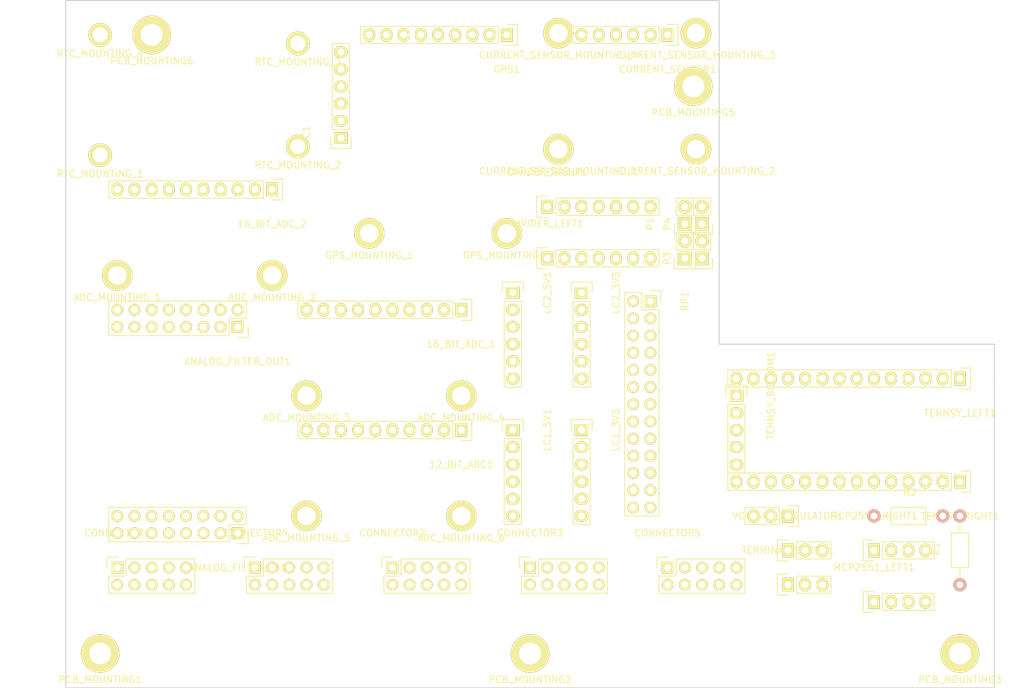
<source format=kicad_pcb>
(kicad_pcb (version 4) (host pcbnew 4.0.2-stable)

  (general
    (links 110)
    (no_connects 110)
    (area 48.733857 55.804999 200.415667 157.555001)
    (thickness 1.6)
    (drawings 9)
    (tracks 0)
    (zones 0)
    (modules 55)
    (nets 150)
  )

  (page USLetter)
  (title_block
    (title "Formula SAE DAQ Circuit")
    (date 2016-04-12)
    (rev 1)
    (company "Texas A&M University")
  )

  (layers
    (0 F.Cu signal)
    (31 B.Cu signal)
    (32 B.Adhes user)
    (33 F.Adhes user)
    (34 B.Paste user)
    (35 F.Paste user)
    (36 B.SilkS user)
    (37 F.SilkS user)
    (38 B.Mask user)
    (39 F.Mask user)
    (40 Dwgs.User user)
    (41 Cmts.User user)
    (42 Eco1.User user)
    (43 Eco2.User user)
    (44 Edge.Cuts user)
    (45 Margin user)
    (46 B.CrtYd user)
    (47 F.CrtYd user)
    (48 B.Fab user)
    (49 F.Fab user)
  )

  (setup
    (last_trace_width 0.2032)
    (trace_clearance 0.254)
    (zone_clearance 0.508)
    (zone_45_only no)
    (trace_min 0.1778)
    (segment_width 0.2)
    (edge_width 0.15)
    (via_size 0.381)
    (via_drill 0.254)
    (via_min_size 0.254)
    (via_min_drill 0.127)
    (uvia_size 0.254)
    (uvia_drill 0.127)
    (uvias_allowed no)
    (uvia_min_size 0.254)
    (uvia_min_drill 0.127)
    (pcb_text_width 0.3)
    (pcb_text_size 1.5 1.5)
    (mod_edge_width 0.15)
    (mod_text_size 1 1)
    (mod_text_width 0.15)
    (pad_size 4.5 4.5)
    (pad_drill 2.7)
    (pad_to_mask_clearance 0.2)
    (aux_axis_origin 0 0)
    (visible_elements 7FFFFFFF)
    (pcbplotparams
      (layerselection 0x010f0_80000001)
      (usegerberextensions true)
      (excludeedgelayer false)
      (linewidth 2.000000)
      (plotframeref false)
      (viasonmask false)
      (mode 1)
      (useauxorigin false)
      (hpglpennumber 1)
      (hpglpenspeed 20)
      (hpglpendiameter 15)
      (hpglpenoverlay 2)
      (psnegative false)
      (psa4output false)
      (plotreference true)
      (plotvalue true)
      (plotinvisibletext false)
      (padsonsilk false)
      (subtractmaskfromsilk false)
      (outputformat 1)
      (mirror false)
      (drillshape 0)
      (scaleselection 1)
      (outputdirectory TongLu_FSAE_PCB/))
  )

  (net 0 "")
  (net 1 /5V)
  (net 2 /GND)
  (net 3 /SCL_5V)
  (net 4 /SDA_5V)
  (net 5 /3V3)
  (net 6 /SPI_CE0)
  (net 7 /SPI_MISO)
  (net 8 /SPI_MOSI)
  (net 9 /SPI_SCLK)
  (net 10 "Net-(CONNECTOR1-Pad6)")
  (net 11 /SDA_3V3)
  (net 12 /SCL_3V3)
  (net 13 "Net-(CONNECTOR2-Pad4)")
  (net 14 /CAN_HI)
  (net 15 /CAN_LO)
  (net 16 "Net-(CONNECTOR2-Pad8)")
  (net 17 /DASH_BUTTON_SR)
  (net 18 "Net-(CONNECTOR3-Pad5)")
  (net 19 "Net-(CONNECTOR4-Pad8)")
  (net 20 "Net-(CONNECTOR5-Pad1)")
  (net 21 "Net-(CONNECTOR5-Pad2)")
  (net 22 "Net-(CONNECTOR5-Pad5)")
  (net 23 "Net-(CONNECTOR5-Pad6)")
  (net 24 "Net-(CONNECTOR5-Pad9)")
  (net 25 "Net-(CONNECTOR5-Pad10)")
  (net 26 "Net-(GPS1-Pad1)")
  (net 27 "Net-(GPS1-Pad2)")
  (net 28 "Net-(GPS1-Pad3)")
  (net 29 "Net-(GPS1-Pad4)")
  (net 30 "/RX(RPI)")
  (net 31 "/TX(RPI)")
  (net 32 "Net-(GPS1-Pad9)")
  (net 33 "Net-(LC1_3V3-Pad2)")
  (net 34 /DASH_LED_SR_3V3)
  (net 35 "Net-(LC1_5V1-Pad2)")
  (net 36 "Net-(LC2_3V3-Pad2)")
  (net 37 "Net-(LC2_3V3-Pad3)")
  (net 38 "Net-(LC2_5V1-Pad2)")
  (net 39 "Net-(LC2_5V1-Pad3)")
  (net 40 "Net-(CONNECTOR1-Pad9)")
  (net 41 "Net-(12_BIT_ADC1-Pad6)")
  (net 42 /FR_SHOCK_POT_5V_OUT)
  (net 43 /FL_SHOCK_POT_5V_OUT)
  (net 44 /BR_SHOCK_POT_5V_OUT)
  (net 45 /BL_SHOCK_POT_5V_OUT)
  (net 46 "Net-(16_BIT_ADC_1-Pad6)")
  (net 47 /FUEL_OUT)
  (net 48 /REAR_BRAKE_+_OUT)
  (net 49 /REAR_BRAKE_-_OUT)
  (net 50 "Net-(16_BIT_ADC_1-Pad10)")
  (net 51 "Net-(16_BIT_ADC_2-Pad6)")
  (net 52 /PITOT_TUBE_OUT)
  (net 53 /STEERING_SIGNAL_OUT)
  (net 54 /REAR_BREAK_-_OUT)
  (net 55 /BL_SHOCK_POT_5V_IN)
  (net 56 /FRONT_BRAKE_+_IN)
  (net 57 /BR_SHOCK_POT_5V_IN)
  (net 58 /FRONT_BRAKE_-_IN)
  (net 59 /FL_SHOCK_POT_5V_IN)
  (net 60 /REAR_BRAKE_+_IN)
  (net 61 /FR_SHOCK_POT_5V_IN)
  (net 62 /REAR_BREAK_-_IN)
  (net 63 /FUEL_IN)
  (net 64 /STEERING_SIGNAL_IN)
  (net 65 /PITOT_TUBE_IN)
  (net 66 "Net-(CONNECTOR2-Pad2)")
  (net 67 "Net-(CONNECTOR3-Pad1)")
  (net 68 "Net-(CONNECTOR3-Pad3)")
  (net 69 "Net-(LC1_3V3-Pad3)")
  (net 70 "Net-(LC1_5V1-Pad3)")
  (net 71 /32K)
  (net 72 "Net-(TENNSY_BOTTOM1-Pad1)")
  (net 73 "Net-(TENNSY_BOTTOM1-Pad2)")
  (net 74 "Net-(TENNSY_BOTTOM1-Pad3)")
  (net 75 "Net-(TENNSY_BOTTOM1-Pad4)")
  (net 76 "Net-(TENNSY_BOTTOM1-Pad5)")
  (net 77 "Net-(TENNSY_LEFT1-Pad2)")
  (net 78 "Net-(TENNSY_LEFT1-Pad3)")
  (net 79 "Net-(TENNSY_LEFT1-Pad6)")
  (net 80 "Net-(TENNSY_LEFT1-Pad7)")
  (net 81 "Net-(TENNSY_LEFT1-Pad8)")
  (net 82 "Net-(TENNSY_LEFT1-Pad9)")
  (net 83 "Net-(TENNSY_LEFT1-Pad10)")
  (net 84 "Net-(TENNSY_LEFT1-Pad11)")
  (net 85 "Net-(TENNSY_LEFT1-Pad12)")
  (net 86 "Net-(TENNSY_LEFT1-Pad13)")
  (net 87 "Net-(TENNSY_LEFT1-Pad14)")
  (net 88 "Net-(TENNSY_RIGHT1-Pad2)")
  (net 89 "Net-(TENNSY_RIGHT1-Pad3)")
  (net 90 "Net-(TENNSY_RIGHT1-Pad4)")
  (net 91 "Net-(TENNSY_RIGHT1-Pad5)")
  (net 92 "Net-(TENNSY_RIGHT1-Pad6)")
  (net 93 "Net-(TENNSY_RIGHT1-Pad9)")
  (net 94 "Net-(TENNSY_RIGHT1-Pad10)")
  (net 95 "Net-(TENNSY_RIGHT1-Pad11)")
  (net 96 "Net-(TENNSY_RIGHT1-Pad12)")
  (net 97 "Net-(TENNSY_RIGHT1-Pad13)")
  (net 98 "Net-(TENNSY_RIGHT1-Pad14)")
  (net 99 "Net-(ANALOG_FILTER_IN1-Pad2)")
  (net 100 "Net-(ANALOG_FILTER_IN1-Pad5)")
  (net 101 "Net-(ANALOG_FILTER_OUT1-Pad2)")
  (net 102 "Net-(ANALOG_FILTER_OUT1-Pad5)")
  (net 103 "Net-(ANALOG_FILTER_IN1-Pad7)")
  (net 104 "Net-(ANALOG_FILTER_OUT1-Pad7)")
  (net 105 /CKB_QA)
  (net 106 "Net-(DIVIDER_LEFT1-Pad2)")
  (net 107 "Net-(DIVIDER_LEFT1-Pad3)")
  (net 108 "Net-(DIVIDER_LEFT1-Pad4)")
  (net 109 "Net-(DIVIDER_LEFT1-Pad6)")
  (net 110 "Net-(DIVIDER_LEFT1-Pad7)")
  (net 111 /SQW)
  (net 112 "Net-(DIVIDER_RIGHT1-Pad2)")
  (net 113 /INTERRUPT)
  (net 114 "Net-(RP1-Pad1)")
  (net 115 "Net-(RP1-Pad2)")
  (net 116 "Net-(RP1-Pad3)")
  (net 117 "Net-(RP1-Pad5)")
  (net 118 "Net-(RP1-Pad8)")
  (net 119 "Net-(RP1-Pad11)")
  (net 120 "Net-(RP1-Pad12)")
  (net 121 "Net-(RP1-Pad13)")
  (net 122 "Net-(RP1-Pad14)")
  (net 123 "Net-(RP1-Pad15)")
  (net 124 "Net-(RP1-Pad18)")
  (net 125 "Net-(RP1-Pad19)")
  (net 126 "Net-(RP1-Pad25)")
  (net 127 "Net-(RP1-Pad26)")
  (net 128 "Net-(16_BIT_ADC_1-Pad8)")
  (net 129 "Net-(16_BIT_ADC_1-Pad9)")
  (net 130 "Net-(ANALOG_FILTER_IN1-Pad8)")
  (net 131 "Net-(ANALOG_FILTER_IN1-Pad10)")
  (net 132 "Net-(ANALOG_FILTER_OUT1-Pad8)")
  (net 133 "Net-(ANALOG_FILTER_OUT1-Pad10)")
  (net 134 "Net-(CONNECTOR3-Pad4)")
  (net 135 "Net-(CONNECTOR3-Pad8)")
  (net 136 "Net-(CONNECTOR4-Pad4)")
  (net 137 /QB)
  (net 138 /QC)
  (net 139 /QD)
  (net 140 /SCL_3V3_TEENSY)
  (net 141 /SDA_3V3_TEENSY)
  (net 142 /TX_CAN)
  (net 143 /RX_CAN)
  (net 144 "Net-(MCP2551_RIGHT1-Pad1)")
  (net 145 "Net-(MCP2551_RIGHT1-Pad4)")
  (net 146 "Net-(R1-Pad2)")
  (net 147 /TEENSY_VOLTAGE)
  (net 148 "Net-(TERMINAL_SCREW1-Pad2)")
  (net 149 "Net-(TENNSY_RIGHT1-Pad1)")

  (net_class Default "This is the default net class."
    (clearance 0.254)
    (trace_width 0.2032)
    (via_dia 0.381)
    (via_drill 0.254)
    (uvia_dia 0.254)
    (uvia_drill 0.127)
  )

  (net_class 4pcb ""
    (clearance 0.1778)
    (trace_width 0.4064)
    (via_dia 0.381)
    (via_drill 0.127)
    (uvia_dia 0.254)
    (uvia_drill 0.127)
    (add_net /32K)
    (add_net /BL_SHOCK_POT_5V_IN)
    (add_net /BL_SHOCK_POT_5V_OUT)
    (add_net /BR_SHOCK_POT_5V_IN)
    (add_net /BR_SHOCK_POT_5V_OUT)
    (add_net /CAN_HI)
    (add_net /CAN_LO)
    (add_net /CKB_QA)
    (add_net /DASH_BUTTON_SR)
    (add_net /DASH_LED_SR_3V3)
    (add_net /FL_SHOCK_POT_5V_IN)
    (add_net /FL_SHOCK_POT_5V_OUT)
    (add_net /FRONT_BRAKE_+_IN)
    (add_net /FRONT_BRAKE_-_IN)
    (add_net /FR_SHOCK_POT_5V_IN)
    (add_net /FR_SHOCK_POT_5V_OUT)
    (add_net /FUEL_IN)
    (add_net /FUEL_OUT)
    (add_net /GND)
    (add_net /INTERRUPT)
    (add_net /PITOT_TUBE_IN)
    (add_net /PITOT_TUBE_OUT)
    (add_net /QB)
    (add_net /QC)
    (add_net /QD)
    (add_net /REAR_BRAKE_+_IN)
    (add_net /REAR_BRAKE_+_OUT)
    (add_net /REAR_BRAKE_-_OUT)
    (add_net /REAR_BREAK_-_IN)
    (add_net /REAR_BREAK_-_OUT)
    (add_net "/RX(RPI)")
    (add_net /RX_CAN)
    (add_net /SCL_3V3)
    (add_net /SCL_3V3_TEENSY)
    (add_net /SCL_5V)
    (add_net /SDA_3V3)
    (add_net /SDA_3V3_TEENSY)
    (add_net /SDA_5V)
    (add_net /SPI_CE0)
    (add_net /SPI_MISO)
    (add_net /SPI_MOSI)
    (add_net /SPI_SCLK)
    (add_net /SQW)
    (add_net /STEERING_SIGNAL_IN)
    (add_net /STEERING_SIGNAL_OUT)
    (add_net /TEENSY_VOLTAGE)
    (add_net "/TX(RPI)")
    (add_net /TX_CAN)
    (add_net "Net-(12_BIT_ADC1-Pad6)")
    (add_net "Net-(16_BIT_ADC_1-Pad10)")
    (add_net "Net-(16_BIT_ADC_1-Pad6)")
    (add_net "Net-(16_BIT_ADC_1-Pad8)")
    (add_net "Net-(16_BIT_ADC_1-Pad9)")
    (add_net "Net-(16_BIT_ADC_2-Pad6)")
    (add_net "Net-(ANALOG_FILTER_IN1-Pad10)")
    (add_net "Net-(ANALOG_FILTER_IN1-Pad2)")
    (add_net "Net-(ANALOG_FILTER_IN1-Pad5)")
    (add_net "Net-(ANALOG_FILTER_IN1-Pad7)")
    (add_net "Net-(ANALOG_FILTER_IN1-Pad8)")
    (add_net "Net-(ANALOG_FILTER_OUT1-Pad10)")
    (add_net "Net-(ANALOG_FILTER_OUT1-Pad2)")
    (add_net "Net-(ANALOG_FILTER_OUT1-Pad5)")
    (add_net "Net-(ANALOG_FILTER_OUT1-Pad7)")
    (add_net "Net-(ANALOG_FILTER_OUT1-Pad8)")
    (add_net "Net-(CONNECTOR1-Pad6)")
    (add_net "Net-(CONNECTOR1-Pad9)")
    (add_net "Net-(CONNECTOR2-Pad2)")
    (add_net "Net-(CONNECTOR2-Pad4)")
    (add_net "Net-(CONNECTOR2-Pad8)")
    (add_net "Net-(CONNECTOR3-Pad1)")
    (add_net "Net-(CONNECTOR3-Pad3)")
    (add_net "Net-(CONNECTOR3-Pad4)")
    (add_net "Net-(CONNECTOR3-Pad5)")
    (add_net "Net-(CONNECTOR3-Pad8)")
    (add_net "Net-(CONNECTOR4-Pad4)")
    (add_net "Net-(CONNECTOR4-Pad8)")
    (add_net "Net-(CONNECTOR5-Pad1)")
    (add_net "Net-(CONNECTOR5-Pad10)")
    (add_net "Net-(CONNECTOR5-Pad2)")
    (add_net "Net-(CONNECTOR5-Pad5)")
    (add_net "Net-(CONNECTOR5-Pad6)")
    (add_net "Net-(CONNECTOR5-Pad9)")
    (add_net "Net-(DIVIDER_LEFT1-Pad2)")
    (add_net "Net-(DIVIDER_LEFT1-Pad3)")
    (add_net "Net-(DIVIDER_LEFT1-Pad4)")
    (add_net "Net-(DIVIDER_LEFT1-Pad6)")
    (add_net "Net-(DIVIDER_LEFT1-Pad7)")
    (add_net "Net-(DIVIDER_RIGHT1-Pad2)")
    (add_net "Net-(GPS1-Pad1)")
    (add_net "Net-(GPS1-Pad2)")
    (add_net "Net-(GPS1-Pad3)")
    (add_net "Net-(GPS1-Pad4)")
    (add_net "Net-(GPS1-Pad9)")
    (add_net "Net-(LC1_3V3-Pad2)")
    (add_net "Net-(LC1_3V3-Pad3)")
    (add_net "Net-(LC1_5V1-Pad2)")
    (add_net "Net-(LC1_5V1-Pad3)")
    (add_net "Net-(LC2_3V3-Pad2)")
    (add_net "Net-(LC2_3V3-Pad3)")
    (add_net "Net-(LC2_5V1-Pad2)")
    (add_net "Net-(LC2_5V1-Pad3)")
    (add_net "Net-(MCP2551_RIGHT1-Pad1)")
    (add_net "Net-(MCP2551_RIGHT1-Pad4)")
    (add_net "Net-(R1-Pad2)")
    (add_net "Net-(RP1-Pad1)")
    (add_net "Net-(RP1-Pad11)")
    (add_net "Net-(RP1-Pad12)")
    (add_net "Net-(RP1-Pad13)")
    (add_net "Net-(RP1-Pad14)")
    (add_net "Net-(RP1-Pad15)")
    (add_net "Net-(RP1-Pad18)")
    (add_net "Net-(RP1-Pad19)")
    (add_net "Net-(RP1-Pad2)")
    (add_net "Net-(RP1-Pad25)")
    (add_net "Net-(RP1-Pad26)")
    (add_net "Net-(RP1-Pad3)")
    (add_net "Net-(RP1-Pad5)")
    (add_net "Net-(RP1-Pad8)")
    (add_net "Net-(TENNSY_BOTTOM1-Pad1)")
    (add_net "Net-(TENNSY_BOTTOM1-Pad2)")
    (add_net "Net-(TENNSY_BOTTOM1-Pad3)")
    (add_net "Net-(TENNSY_BOTTOM1-Pad4)")
    (add_net "Net-(TENNSY_BOTTOM1-Pad5)")
    (add_net "Net-(TENNSY_LEFT1-Pad10)")
    (add_net "Net-(TENNSY_LEFT1-Pad11)")
    (add_net "Net-(TENNSY_LEFT1-Pad12)")
    (add_net "Net-(TENNSY_LEFT1-Pad13)")
    (add_net "Net-(TENNSY_LEFT1-Pad14)")
    (add_net "Net-(TENNSY_LEFT1-Pad2)")
    (add_net "Net-(TENNSY_LEFT1-Pad3)")
    (add_net "Net-(TENNSY_LEFT1-Pad6)")
    (add_net "Net-(TENNSY_LEFT1-Pad7)")
    (add_net "Net-(TENNSY_LEFT1-Pad8)")
    (add_net "Net-(TENNSY_LEFT1-Pad9)")
    (add_net "Net-(TENNSY_RIGHT1-Pad1)")
    (add_net "Net-(TENNSY_RIGHT1-Pad10)")
    (add_net "Net-(TENNSY_RIGHT1-Pad11)")
    (add_net "Net-(TENNSY_RIGHT1-Pad12)")
    (add_net "Net-(TENNSY_RIGHT1-Pad13)")
    (add_net "Net-(TENNSY_RIGHT1-Pad14)")
    (add_net "Net-(TENNSY_RIGHT1-Pad2)")
    (add_net "Net-(TENNSY_RIGHT1-Pad3)")
    (add_net "Net-(TENNSY_RIGHT1-Pad4)")
    (add_net "Net-(TENNSY_RIGHT1-Pad5)")
    (add_net "Net-(TENNSY_RIGHT1-Pad6)")
    (add_net "Net-(TENNSY_RIGHT1-Pad9)")
    (add_net "Net-(TERMINAL_SCREW1-Pad2)")
  )

  (net_class 4pcb_power ""
    (clearance 0.254)
    (trace_width 25.4)
    (via_dia 0.381)
    (via_drill 0.254)
    (uvia_dia 0.254)
    (uvia_drill 0.127)
    (add_net /3V3)
    (add_net /5V)
  )

  (module Mounting_Holes:MountingHole_3.2mm_M3_ISO7380_Pad (layer F.Cu) (tedit 570CAEA2) (tstamp 570CB105)
    (at 143.51 67.31 180)
    (descr "Mounting Hole 3.2mm, M3, ISO7380")
    (tags "mounting hole 3.2mm m3 iso7380")
    (fp_text reference PCB_MOUNTING5 (at 0 -3.85 180) (layer F.SilkS)
      (effects (font (size 1 1) (thickness 0.15)))
    )
    (fp_text value MountingHole_2.2mm_M2 (at 0 3.85 180) (layer F.Fab)
      (effects (font (size 1 1) (thickness 0.15)))
    )
    (fp_circle (center 0 0) (end 2.85 0) (layer Cmts.User) (width 0.15))
    (fp_circle (center 0 0) (end 3.1 0) (layer F.CrtYd) (width 0.05))
    (pad 1 thru_hole circle (at 0 0 180) (size 5.7 5.7) (drill 3.2) (layers *.Cu *.Mask F.SilkS))
  )

  (module Mounting_Holes:MountingHole_3.2mm_M3_ISO7380_Pad (layer F.Cu) (tedit 570CAE37) (tstamp 570CADAA)
    (at 119.38 151.13 180)
    (descr "Mounting Hole 3.2mm, M3, ISO7380")
    (tags "mounting hole 3.2mm m3 iso7380")
    (fp_text reference PCB_MOUNTING2 (at 0 -3.85 180) (layer F.SilkS)
      (effects (font (size 1 1) (thickness 0.15)))
    )
    (fp_text value MountingHole_2.2mm_M2 (at 0 3.85 180) (layer F.Fab)
      (effects (font (size 1 1) (thickness 0.15)))
    )
    (fp_circle (center 0 0) (end 2.85 0) (layer Cmts.User) (width 0.15))
    (fp_circle (center 0 0) (end 3.1 0) (layer F.CrtYd) (width 0.05))
    (pad 1 thru_hole circle (at 0 0 180) (size 5.7 5.7) (drill 3.2) (layers *.Cu *.Mask F.SilkS))
  )

  (module Mounting_Holes:MountingHole_3.2mm_M3_ISO7380_Pad (layer F.Cu) (tedit 570CAE40) (tstamp 570CAC5F)
    (at 182.88 151.13 180)
    (descr "Mounting Hole 3.2mm, M3, ISO7380")
    (tags "mounting hole 3.2mm m3 iso7380")
    (fp_text reference PCB_MOUNTING3 (at 0 -3.85 180) (layer F.SilkS)
      (effects (font (size 1 1) (thickness 0.15)))
    )
    (fp_text value MountingHole_2.2mm_M2 (at 0 3.85 180) (layer F.Fab)
      (effects (font (size 1 1) (thickness 0.15)))
    )
    (fp_circle (center 0 0) (end 2.85 0) (layer Cmts.User) (width 0.15))
    (fp_circle (center 0 0) (end 3.1 0) (layer F.CrtYd) (width 0.05))
    (pad 1 thru_hole circle (at 0 0 180) (size 5.7 5.7) (drill 3.2) (layers *.Cu *.Mask F.SilkS))
  )

  (module Mounting_Holes:MountingHole_3.2mm_M3_ISO7380_Pad (layer F.Cu) (tedit 570CAE20) (tstamp 570CAC53)
    (at 55.88 151.13 180)
    (descr "Mounting Hole 3.2mm, M3, ISO7380")
    (tags "mounting hole 3.2mm m3 iso7380")
    (fp_text reference PCB_MOUNTING1 (at 0 -3.85 180) (layer F.SilkS)
      (effects (font (size 1 1) (thickness 0.15)))
    )
    (fp_text value MountingHole_2.2mm_M2 (at 0 3.85 180) (layer F.Fab)
      (effects (font (size 1 1) (thickness 0.15)))
    )
    (fp_circle (center 0 0) (end 2.85 0) (layer Cmts.User) (width 0.15))
    (fp_circle (center 0 0) (end 3.1 0) (layer F.CrtYd) (width 0.05))
    (pad 1 thru_hole circle (at 0 0 180) (size 5.7 5.7) (drill 3.2) (layers *.Cu *.Mask F.SilkS))
  )

  (module Mounting_Holes:MountingHole_2.2mm_M2_ISO7380_Pad (layer F.Cu) (tedit 570CA9B0) (tstamp 570CAAD5)
    (at 55.88 77.47 180)
    (descr "Mounting Hole 2.2mm, M2, ISO7380")
    (tags "mounting hole 2.2mm m2 iso7380")
    (fp_text reference RTC_MOUNTING_1 (at 0 -2.75 180) (layer F.SilkS)
      (effects (font (size 1 1) (thickness 0.15)))
    )
    (fp_text value MountingHole_2.2mm_M2_ISO7380_Pad (at 0 2.75 180) (layer F.Fab)
      (effects (font (size 1 1) (thickness 0.15)))
    )
    (fp_circle (center 0 0) (end 1.75 0) (layer Cmts.User) (width 0.15))
    (fp_circle (center 0 0) (end 2 0) (layer F.CrtYd) (width 0.05))
    (pad 1 thru_hole circle (at 0 0 180) (size 3.5 3.5) (drill 2.2) (layers *.Cu *.Mask F.SilkS))
  )

  (module Mounting_Holes:MountingHole_2.2mm_M2_ISO7380_Pad (layer F.Cu) (tedit 570CAED2) (tstamp 570CAA55)
    (at 55.88 59.69 180)
    (descr "Mounting Hole 2.2mm, M2, ISO7380")
    (tags "mounting hole 2.2mm m2 iso7380")
    (fp_text reference RTC_MOUNTING_4 (at 0 -2.75 180) (layer F.SilkS)
      (effects (font (size 1 1) (thickness 0.15)))
    )
    (fp_text value MountingHole_2.2mm_M2_ISO7380_Pad (at 0 2.75 180) (layer F.Fab)
      (effects (font (size 1 1) (thickness 0.15)))
    )
    (fp_circle (center 0 0) (end 1.75 0) (layer Cmts.User) (width 0.15))
    (fp_circle (center 0 0) (end 2 0) (layer F.CrtYd) (width 0.05))
    (pad 1 thru_hole circle (at 0 0 180) (size 3.5 3.5) (drill 2.2) (layers *.Cu *.Mask F.SilkS))
  )

  (module Mounting_Holes:MountingHole_2.2mm_M2_ISO7380_Pad (layer F.Cu) (tedit 570CAEC9) (tstamp 570CA9C6)
    (at 85.09 60.96 180)
    (descr "Mounting Hole 2.2mm, M2, ISO7380")
    (tags "mounting hole 2.2mm m2 iso7380")
    (fp_text reference RTC_MOUNTING_3 (at 0 -2.75 180) (layer F.SilkS)
      (effects (font (size 1 1) (thickness 0.15)))
    )
    (fp_text value MountingHole_2.2mm_M2_ISO7380_Pad (at 0 2.75 180) (layer F.Fab)
      (effects (font (size 1 1) (thickness 0.15)))
    )
    (fp_circle (center 0 0) (end 1.75 0) (layer Cmts.User) (width 0.15))
    (fp_circle (center 0 0) (end 2 0) (layer F.CrtYd) (width 0.05))
    (pad 1 thru_hole circle (at 0 0 180) (size 3.5 3.5) (drill 2.2) (layers *.Cu *.Mask F.SilkS))
  )

  (module Mounting_Holes:MountingHole_2.7mm_M2.5_ISO7380_Pad (layer F.Cu) (tedit 570CAF03) (tstamp 570CA5B5)
    (at 86.36 130.81 180)
    (descr "Mounting Hole 2.7mm, M2.5, ISO7380")
    (tags "mounting hole 2.7mm m2.5 iso7380")
    (fp_text reference ADC_MOUNTING_5 (at 0 -3.25 180) (layer F.SilkS)
      (effects (font (size 1 1) (thickness 0.15)))
    )
    (fp_text value MountingHole_2.7mm_M2.5_ISO7380_Pad (at 0 3.25 180) (layer F.Fab)
      (effects (font (size 1 1) (thickness 0.15)))
    )
    (fp_circle (center 0 0) (end 2.25 0) (layer Cmts.User) (width 0.15))
    (fp_circle (center 0 0) (end 2.5 0) (layer F.CrtYd) (width 0.05))
    (pad 1 thru_hole circle (at 0 0 180) (size 4.5 4.5) (drill 2.7) (layers *.Cu *.Mask F.SilkS))
  )

  (module Mounting_Holes:MountingHole_2.7mm_M2.5_ISO7380_Pad (layer F.Cu) (tedit 570CAF0C) (tstamp 570CA5AF)
    (at 109.22 130.81 180)
    (descr "Mounting Hole 2.7mm, M2.5, ISO7380")
    (tags "mounting hole 2.7mm m2.5 iso7380")
    (fp_text reference ADC_MOUNTING_6 (at 0 -3.25 180) (layer F.SilkS)
      (effects (font (size 1 1) (thickness 0.15)))
    )
    (fp_text value MountingHole_2.7mm_M2.5_ISO7380_Pad (at 0 3.25 180) (layer F.Fab)
      (effects (font (size 1 1) (thickness 0.15)))
    )
    (fp_circle (center 0 0) (end 2.25 0) (layer Cmts.User) (width 0.15))
    (fp_circle (center 0 0) (end 2.5 0) (layer F.CrtYd) (width 0.05))
    (pad 1 thru_hole circle (at 0 0 180) (size 4.5 4.5) (drill 2.7) (layers *.Cu *.Mask F.SilkS))
  )

  (module Mounting_Holes:MountingHole_2.7mm_M2.5_ISO7380_Pad (layer F.Cu) (tedit 570CAEF4) (tstamp 570CA54B)
    (at 109.22 113.03 180)
    (descr "Mounting Hole 2.7mm, M2.5, ISO7380")
    (tags "mounting hole 2.7mm m2.5 iso7380")
    (fp_text reference ADC_MOUNTING_4 (at 0 -3.25 180) (layer F.SilkS)
      (effects (font (size 1 1) (thickness 0.15)))
    )
    (fp_text value MountingHole_2.7mm_M2.5_ISO7380_Pad (at 0 3.25 180) (layer F.Fab)
      (effects (font (size 1 1) (thickness 0.15)))
    )
    (fp_circle (center 0 0) (end 2.25 0) (layer Cmts.User) (width 0.15))
    (fp_circle (center 0 0) (end 2.5 0) (layer F.CrtYd) (width 0.05))
    (pad 1 thru_hole circle (at 0 0 180) (size 4.5 4.5) (drill 2.7) (layers *.Cu *.Mask F.SilkS))
  )

  (module Mounting_Holes:MountingHole_2.7mm_M2.5_ISO7380_Pad (layer F.Cu) (tedit 570CAEEB) (tstamp 570CA545)
    (at 86.36 113.03 180)
    (descr "Mounting Hole 2.7mm, M2.5, ISO7380")
    (tags "mounting hole 2.7mm m2.5 iso7380")
    (fp_text reference ADC_MOUNTING_3 (at 0 -3.25 180) (layer F.SilkS)
      (effects (font (size 1 1) (thickness 0.15)))
    )
    (fp_text value MountingHole_2.7mm_M2.5_ISO7380_Pad (at 0 3.25 180) (layer F.Fab)
      (effects (font (size 1 1) (thickness 0.15)))
    )
    (fp_circle (center 0 0) (end 2.25 0) (layer Cmts.User) (width 0.15))
    (fp_circle (center 0 0) (end 2.5 0) (layer F.CrtYd) (width 0.05))
    (pad 1 thru_hole circle (at 0 0 180) (size 4.5 4.5) (drill 2.7) (layers *.Cu *.Mask F.SilkS))
  )

  (module Mounting_Holes:MountingHole_2.7mm_M2.5_ISO7380_Pad (layer F.Cu) (tedit 570CA4D3) (tstamp 570CA447)
    (at 58.42 95.25 180)
    (descr "Mounting Hole 2.7mm, M2.5, ISO7380")
    (tags "mounting hole 2.7mm m2.5 iso7380")
    (fp_text reference ADC_MOUNTING_1 (at 0 -3.25 180) (layer F.SilkS)
      (effects (font (size 1 1) (thickness 0.15)))
    )
    (fp_text value MountingHole_2.7mm_M2.5_ISO7380_Pad (at 0 3.25 180) (layer F.Fab)
      (effects (font (size 1 1) (thickness 0.15)))
    )
    (fp_circle (center 0 0) (end 2.25 0) (layer Cmts.User) (width 0.15))
    (fp_circle (center 0 0) (end 2.5 0) (layer F.CrtYd) (width 0.05))
    (pad 1 thru_hole circle (at 0 0 180) (size 4.5 4.5) (drill 2.7) (layers *.Cu *.Mask F.SilkS))
  )

  (module Mounting_Holes:MountingHole_2.7mm_M2.5_ISO7380_Pad (layer F.Cu) (tedit 570CA4DD) (tstamp 570CA441)
    (at 81.28 95.25 180)
    (descr "Mounting Hole 2.7mm, M2.5, ISO7380")
    (tags "mounting hole 2.7mm m2.5 iso7380")
    (fp_text reference ADC_MOUNTING_2 (at 0 -3.25 180) (layer F.SilkS)
      (effects (font (size 1 1) (thickness 0.15)))
    )
    (fp_text value MountingHole_2.7mm_M2.5_ISO7380_Pad (at 0 3.25 180) (layer F.Fab)
      (effects (font (size 1 1) (thickness 0.15)))
    )
    (fp_circle (center 0 0) (end 2.25 0) (layer Cmts.User) (width 0.15))
    (fp_circle (center 0 0) (end 2.5 0) (layer F.CrtYd) (width 0.05))
    (pad 1 thru_hole circle (at 0 0 180) (size 4.5 4.5) (drill 2.7) (layers *.Cu *.Mask F.SilkS))
  )

  (module Mounting_Holes:MountingHole_2.7mm_M2.5_ISO7380_Pad (layer F.Cu) (tedit 570CA3E3) (tstamp 570CA33E)
    (at 115.951 89.027 180)
    (descr "Mounting Hole 2.7mm, M2.5, ISO7380")
    (tags "mounting hole 2.7mm m2.5 iso7380")
    (fp_text reference GPS_MOUNTING_2 (at 0 -3.25 180) (layer F.SilkS)
      (effects (font (size 1 1) (thickness 0.15)))
    )
    (fp_text value MountingHole_2.7mm_M2.5_ISO7380_Pad (at 0 3.25 180) (layer F.Fab)
      (effects (font (size 1 1) (thickness 0.15)))
    )
    (fp_circle (center 0 0) (end 2.25 0) (layer Cmts.User) (width 0.15))
    (fp_circle (center 0 0) (end 2.5 0) (layer F.CrtYd) (width 0.05))
    (pad 1 thru_hole circle (at 0 0 180) (size 4.5 4.5) (drill 2.7) (layers *.Cu *.Mask F.SilkS))
  )

  (module Mounting_Holes:MountingHole_2.7mm_M2.5_ISO7380_Pad (layer F.Cu) (tedit 570CA3D6) (tstamp 570CA338)
    (at 95.631 89.027 180)
    (descr "Mounting Hole 2.7mm, M2.5, ISO7380")
    (tags "mounting hole 2.7mm m2.5 iso7380")
    (fp_text reference GPS_MOUNTING_1 (at 0 -3.25 180) (layer F.SilkS)
      (effects (font (size 1 1) (thickness 0.15)))
    )
    (fp_text value MountingHole_2.7mm_M2.5_ISO7380_Pad (at 0 3.25 180) (layer F.Fab)
      (effects (font (size 1 1) (thickness 0.15)))
    )
    (fp_circle (center 0 0) (end 2.25 0) (layer Cmts.User) (width 0.15))
    (fp_circle (center 0 0) (end 2.5 0) (layer F.CrtYd) (width 0.05))
    (pad 1 thru_hole circle (at 0 0 180) (size 4.5 4.5) (drill 2.7) (layers *.Cu *.Mask F.SilkS))
  )

  (module Mounting_Holes:MountingHole_2.7mm_M2.5_ISO7380_Pad (layer F.Cu) (tedit 570C22A0) (tstamp 570C9F21)
    (at 123.571 76.581 180)
    (descr "Mounting Hole 2.7mm, M2.5, ISO7380")
    (tags "mounting hole 2.7mm m2.5 iso7380")
    (fp_text reference CURRENT_SENSOR_MOUNTING_1 (at 0 -3.25 180) (layer F.SilkS)
      (effects (font (size 1 1) (thickness 0.15)))
    )
    (fp_text value MountingHole_2.7mm_M2.5_ISO7380_Pad (at 0 3.25 180) (layer F.Fab)
      (effects (font (size 1 1) (thickness 0.15)))
    )
    (fp_circle (center 0 0) (end 2.25 0) (layer Cmts.User) (width 0.15))
    (fp_circle (center 0 0) (end 2.5 0) (layer F.CrtYd) (width 0.05))
    (pad 1 thru_hole circle (at 0 0 180) (size 4.5 4.5) (drill 2.7) (layers *.Cu *.Mask F.SilkS))
  )

  (module Mounting_Holes:MountingHole_2.7mm_M2.5_ISO7380_Pad (layer F.Cu) (tedit 570CA22D) (tstamp 570C9F1B)
    (at 143.891 76.581 180)
    (descr "Mounting Hole 2.7mm, M2.5, ISO7380")
    (tags "mounting hole 2.7mm m2.5 iso7380")
    (fp_text reference CURRENT_SENSOR_MOUNTING_2 (at 0 -3.25 180) (layer F.SilkS)
      (effects (font (size 1 1) (thickness 0.15)))
    )
    (fp_text value MountingHole_2.7mm_M2.5_ISO7380_Pad (at 0 3.25 180) (layer F.Fab)
      (effects (font (size 1 1) (thickness 0.15)))
    )
    (fp_circle (center 0 0) (end 2.25 0) (layer Cmts.User) (width 0.15))
    (fp_circle (center 0 0) (end 2.5 0) (layer F.CrtYd) (width 0.05))
    (pad 1 thru_hole circle (at 0 0 180) (size 4.5 4.5) (drill 2.7) (layers *.Cu *.Mask F.SilkS))
  )

  (module Mounting_Holes:MountingHole_2.7mm_M2.5_ISO7380_Pad (layer F.Cu) (tedit 570CA247) (tstamp 570C9F13)
    (at 123.571 59.436 180)
    (descr "Mounting Hole 2.7mm, M2.5, ISO7380")
    (tags "mounting hole 2.7mm m2.5 iso7380")
    (fp_text reference CURRENT_SENSOR_MOUNTING_4 (at 0 -3.25 180) (layer F.SilkS)
      (effects (font (size 1 1) (thickness 0.15)))
    )
    (fp_text value MountingHole_2.7mm_M2.5_ISO7380_Pad (at 0 3.25 180) (layer F.Fab)
      (effects (font (size 1 1) (thickness 0.15)))
    )
    (fp_circle (center 0 0) (end 2.25 0) (layer Cmts.User) (width 0.15))
    (fp_circle (center 0 0) (end 2.5 0) (layer F.CrtYd) (width 0.05))
    (pad 1 thru_hole circle (at 0 0 180) (size 4.5 4.5) (drill 2.7) (layers *.Cu *.Mask F.SilkS))
  )

  (module Socket_Strips:Socket_Strip_Straight_2x05 (layer F.Cu) (tedit 0) (tstamp 570705EB)
    (at 58.42 138.43)
    (descr "Through hole socket strip")
    (tags "socket strip")
    (path /57049A93)
    (fp_text reference CONNECTOR1 (at 0 -5.1) (layer F.SilkS)
      (effects (font (size 1 1) (thickness 0.15)))
    )
    (fp_text value CONN_02X05 (at 0 -3.1) (layer F.Fab)
      (effects (font (size 1 1) (thickness 0.15)))
    )
    (fp_line (start -1.75 -1.75) (end -1.75 4.3) (layer F.CrtYd) (width 0.05))
    (fp_line (start 11.95 -1.75) (end 11.95 4.3) (layer F.CrtYd) (width 0.05))
    (fp_line (start -1.75 -1.75) (end 11.95 -1.75) (layer F.CrtYd) (width 0.05))
    (fp_line (start -1.75 4.3) (end 11.95 4.3) (layer F.CrtYd) (width 0.05))
    (fp_line (start -1.27 3.81) (end 11.43 3.81) (layer F.SilkS) (width 0.15))
    (fp_line (start 11.43 3.81) (end 11.43 -1.27) (layer F.SilkS) (width 0.15))
    (fp_line (start 11.43 -1.27) (end 1.27 -1.27) (layer F.SilkS) (width 0.15))
    (fp_line (start -1.27 3.81) (end -1.27 1.27) (layer F.SilkS) (width 0.15))
    (fp_line (start 0 -1.55) (end -1.55 -1.55) (layer F.SilkS) (width 0.15))
    (fp_line (start -1.27 1.27) (end 1.27 1.27) (layer F.SilkS) (width 0.15))
    (fp_line (start 1.27 1.27) (end 1.27 -1.27) (layer F.SilkS) (width 0.15))
    (fp_line (start -1.55 -1.55) (end -1.55 0) (layer F.SilkS) (width 0.15))
    (pad 1 thru_hole rect (at 0 0) (size 1.7272 1.7272) (drill 1.016) (layers *.Cu *.Mask F.SilkS)
      (net 55 /BL_SHOCK_POT_5V_IN))
    (pad 2 thru_hole oval (at 0 2.54) (size 1.7272 1.7272) (drill 1.016) (layers *.Cu *.Mask F.SilkS)
      (net 2 /GND))
    (pad 3 thru_hole oval (at 2.54 0) (size 1.7272 1.7272) (drill 1.016) (layers *.Cu *.Mask F.SilkS)
      (net 57 /BR_SHOCK_POT_5V_IN))
    (pad 4 thru_hole oval (at 2.54 2.54) (size 1.7272 1.7272) (drill 1.016) (layers *.Cu *.Mask F.SilkS)
      (net 2 /GND))
    (pad 5 thru_hole oval (at 5.08 0) (size 1.7272 1.7272) (drill 1.016) (layers *.Cu *.Mask F.SilkS)
      (net 59 /FL_SHOCK_POT_5V_IN))
    (pad 6 thru_hole oval (at 5.08 2.54) (size 1.7272 1.7272) (drill 1.016) (layers *.Cu *.Mask F.SilkS)
      (net 10 "Net-(CONNECTOR1-Pad6)"))
    (pad 7 thru_hole oval (at 7.62 0) (size 1.7272 1.7272) (drill 1.016) (layers *.Cu *.Mask F.SilkS)
      (net 61 /FR_SHOCK_POT_5V_IN))
    (pad 8 thru_hole oval (at 7.62 2.54) (size 1.7272 1.7272) (drill 1.016) (layers *.Cu *.Mask F.SilkS)
      (net 1 /5V))
    (pad 9 thru_hole oval (at 10.16 0) (size 1.7272 1.7272) (drill 1.016) (layers *.Cu *.Mask F.SilkS)
      (net 40 "Net-(CONNECTOR1-Pad9)"))
    (pad 10 thru_hole oval (at 10.16 2.54) (size 1.7272 1.7272) (drill 1.016) (layers *.Cu *.Mask F.SilkS)
      (net 1 /5V))
    (model Socket_Strips.3dshapes/Socket_Strip_Straight_2x05.wrl
      (at (xyz 0.2 -0.05 0))
      (scale (xyz 1 1 1))
      (rotate (xyz 0 0 180))
    )
  )

  (module Socket_Strips:Socket_Strip_Straight_2x05 (layer F.Cu) (tedit 0) (tstamp 570705F9)
    (at 99.06 138.43)
    (descr "Through hole socket strip")
    (tags "socket strip")
    (path /5705C1FE)
    (fp_text reference CONNECTOR2 (at 0 -5.1) (layer F.SilkS)
      (effects (font (size 1 1) (thickness 0.15)))
    )
    (fp_text value CONN_02X05 (at 0 -3.1) (layer F.Fab)
      (effects (font (size 1 1) (thickness 0.15)))
    )
    (fp_line (start -1.75 -1.75) (end -1.75 4.3) (layer F.CrtYd) (width 0.05))
    (fp_line (start 11.95 -1.75) (end 11.95 4.3) (layer F.CrtYd) (width 0.05))
    (fp_line (start -1.75 -1.75) (end 11.95 -1.75) (layer F.CrtYd) (width 0.05))
    (fp_line (start -1.75 4.3) (end 11.95 4.3) (layer F.CrtYd) (width 0.05))
    (fp_line (start -1.27 3.81) (end 11.43 3.81) (layer F.SilkS) (width 0.15))
    (fp_line (start 11.43 3.81) (end 11.43 -1.27) (layer F.SilkS) (width 0.15))
    (fp_line (start 11.43 -1.27) (end 1.27 -1.27) (layer F.SilkS) (width 0.15))
    (fp_line (start -1.27 3.81) (end -1.27 1.27) (layer F.SilkS) (width 0.15))
    (fp_line (start 0 -1.55) (end -1.55 -1.55) (layer F.SilkS) (width 0.15))
    (fp_line (start -1.27 1.27) (end 1.27 1.27) (layer F.SilkS) (width 0.15))
    (fp_line (start 1.27 1.27) (end 1.27 -1.27) (layer F.SilkS) (width 0.15))
    (fp_line (start -1.55 -1.55) (end -1.55 0) (layer F.SilkS) (width 0.15))
    (pad 1 thru_hole rect (at 0 0) (size 1.7272 1.7272) (drill 1.016) (layers *.Cu *.Mask F.SilkS)
      (net 63 /FUEL_IN))
    (pad 2 thru_hole oval (at 0 2.54) (size 1.7272 1.7272) (drill 1.016) (layers *.Cu *.Mask F.SilkS)
      (net 66 "Net-(CONNECTOR2-Pad2)"))
    (pad 3 thru_hole oval (at 2.54 0) (size 1.7272 1.7272) (drill 1.016) (layers *.Cu *.Mask F.SilkS)
      (net 15 /CAN_LO))
    (pad 4 thru_hole oval (at 2.54 2.54) (size 1.7272 1.7272) (drill 1.016) (layers *.Cu *.Mask F.SilkS)
      (net 13 "Net-(CONNECTOR2-Pad4)"))
    (pad 5 thru_hole oval (at 5.08 0) (size 1.7272 1.7272) (drill 1.016) (layers *.Cu *.Mask F.SilkS)
      (net 14 /CAN_HI))
    (pad 6 thru_hole oval (at 5.08 2.54) (size 1.7272 1.7272) (drill 1.016) (layers *.Cu *.Mask F.SilkS)
      (net 2 /GND))
    (pad 7 thru_hole oval (at 7.62 0) (size 1.7272 1.7272) (drill 1.016) (layers *.Cu *.Mask F.SilkS)
      (net 12 /SCL_3V3))
    (pad 8 thru_hole oval (at 7.62 2.54) (size 1.7272 1.7272) (drill 1.016) (layers *.Cu *.Mask F.SilkS)
      (net 16 "Net-(CONNECTOR2-Pad8)"))
    (pad 9 thru_hole oval (at 10.16 0) (size 1.7272 1.7272) (drill 1.016) (layers *.Cu *.Mask F.SilkS)
      (net 11 /SDA_3V3))
    (pad 10 thru_hole oval (at 10.16 2.54) (size 1.7272 1.7272) (drill 1.016) (layers *.Cu *.Mask F.SilkS)
      (net 5 /3V3))
    (model Socket_Strips.3dshapes/Socket_Strip_Straight_2x05.wrl
      (at (xyz 0.2 -0.05 0))
      (scale (xyz 1 1 1))
      (rotate (xyz 0 0 180))
    )
  )

  (module Socket_Strips:Socket_Strip_Straight_2x05 (layer F.Cu) (tedit 0) (tstamp 57070607)
    (at 119.38 138.43)
    (descr "Through hole socket strip")
    (tags "socket strip")
    (path /57049BF7)
    (fp_text reference CONNECTOR3 (at 0 -5.1) (layer F.SilkS)
      (effects (font (size 1 1) (thickness 0.15)))
    )
    (fp_text value CONN_02X05 (at 0 -3.1) (layer F.Fab)
      (effects (font (size 1 1) (thickness 0.15)))
    )
    (fp_line (start -1.75 -1.75) (end -1.75 4.3) (layer F.CrtYd) (width 0.05))
    (fp_line (start 11.95 -1.75) (end 11.95 4.3) (layer F.CrtYd) (width 0.05))
    (fp_line (start -1.75 -1.75) (end 11.95 -1.75) (layer F.CrtYd) (width 0.05))
    (fp_line (start -1.75 4.3) (end 11.95 4.3) (layer F.CrtYd) (width 0.05))
    (fp_line (start -1.27 3.81) (end 11.43 3.81) (layer F.SilkS) (width 0.15))
    (fp_line (start 11.43 3.81) (end 11.43 -1.27) (layer F.SilkS) (width 0.15))
    (fp_line (start 11.43 -1.27) (end 1.27 -1.27) (layer F.SilkS) (width 0.15))
    (fp_line (start -1.27 3.81) (end -1.27 1.27) (layer F.SilkS) (width 0.15))
    (fp_line (start 0 -1.55) (end -1.55 -1.55) (layer F.SilkS) (width 0.15))
    (fp_line (start -1.27 1.27) (end 1.27 1.27) (layer F.SilkS) (width 0.15))
    (fp_line (start 1.27 1.27) (end 1.27 -1.27) (layer F.SilkS) (width 0.15))
    (fp_line (start -1.55 -1.55) (end -1.55 0) (layer F.SilkS) (width 0.15))
    (pad 1 thru_hole rect (at 0 0) (size 1.7272 1.7272) (drill 1.016) (layers *.Cu *.Mask F.SilkS)
      (net 67 "Net-(CONNECTOR3-Pad1)"))
    (pad 2 thru_hole oval (at 0 2.54) (size 1.7272 1.7272) (drill 1.016) (layers *.Cu *.Mask F.SilkS)
      (net 1 /5V))
    (pad 3 thru_hole oval (at 2.54 0) (size 1.7272 1.7272) (drill 1.016) (layers *.Cu *.Mask F.SilkS)
      (net 68 "Net-(CONNECTOR3-Pad3)"))
    (pad 4 thru_hole oval (at 2.54 2.54) (size 1.7272 1.7272) (drill 1.016) (layers *.Cu *.Mask F.SilkS)
      (net 134 "Net-(CONNECTOR3-Pad4)"))
    (pad 5 thru_hole oval (at 5.08 0) (size 1.7272 1.7272) (drill 1.016) (layers *.Cu *.Mask F.SilkS)
      (net 18 "Net-(CONNECTOR3-Pad5)"))
    (pad 6 thru_hole oval (at 5.08 2.54) (size 1.7272 1.7272) (drill 1.016) (layers *.Cu *.Mask F.SilkS)
      (net 5 /3V3))
    (pad 7 thru_hole oval (at 7.62 0) (size 1.7272 1.7272) (drill 1.016) (layers *.Cu *.Mask F.SilkS)
      (net 34 /DASH_LED_SR_3V3))
    (pad 8 thru_hole oval (at 7.62 2.54) (size 1.7272 1.7272) (drill 1.016) (layers *.Cu *.Mask F.SilkS)
      (net 135 "Net-(CONNECTOR3-Pad8)"))
    (pad 9 thru_hole oval (at 10.16 0) (size 1.7272 1.7272) (drill 1.016) (layers *.Cu *.Mask F.SilkS)
      (net 17 /DASH_BUTTON_SR))
    (pad 10 thru_hole oval (at 10.16 2.54) (size 1.7272 1.7272) (drill 1.016) (layers *.Cu *.Mask F.SilkS)
      (net 2 /GND))
    (model Socket_Strips.3dshapes/Socket_Strip_Straight_2x05.wrl
      (at (xyz 0.2 -0.05 0))
      (scale (xyz 1 1 1))
      (rotate (xyz 0 0 180))
    )
  )

  (module Socket_Strips:Socket_Strip_Straight_2x05 (layer F.Cu) (tedit 0) (tstamp 57070615)
    (at 78.74 138.43)
    (descr "Through hole socket strip")
    (tags "socket strip")
    (path /5705C234)
    (fp_text reference CONNECTOR4 (at 0 -5.1) (layer F.SilkS)
      (effects (font (size 1 1) (thickness 0.15)))
    )
    (fp_text value CONN_02X05 (at 0 -3.1) (layer F.Fab)
      (effects (font (size 1 1) (thickness 0.15)))
    )
    (fp_line (start -1.75 -1.75) (end -1.75 4.3) (layer F.CrtYd) (width 0.05))
    (fp_line (start 11.95 -1.75) (end 11.95 4.3) (layer F.CrtYd) (width 0.05))
    (fp_line (start -1.75 -1.75) (end 11.95 -1.75) (layer F.CrtYd) (width 0.05))
    (fp_line (start -1.75 4.3) (end 11.95 4.3) (layer F.CrtYd) (width 0.05))
    (fp_line (start -1.27 3.81) (end 11.43 3.81) (layer F.SilkS) (width 0.15))
    (fp_line (start 11.43 3.81) (end 11.43 -1.27) (layer F.SilkS) (width 0.15))
    (fp_line (start 11.43 -1.27) (end 1.27 -1.27) (layer F.SilkS) (width 0.15))
    (fp_line (start -1.27 3.81) (end -1.27 1.27) (layer F.SilkS) (width 0.15))
    (fp_line (start 0 -1.55) (end -1.55 -1.55) (layer F.SilkS) (width 0.15))
    (fp_line (start -1.27 1.27) (end 1.27 1.27) (layer F.SilkS) (width 0.15))
    (fp_line (start 1.27 1.27) (end 1.27 -1.27) (layer F.SilkS) (width 0.15))
    (fp_line (start -1.55 -1.55) (end -1.55 0) (layer F.SilkS) (width 0.15))
    (pad 1 thru_hole rect (at 0 0) (size 1.7272 1.7272) (drill 1.016) (layers *.Cu *.Mask F.SilkS)
      (net 64 /STEERING_SIGNAL_IN))
    (pad 2 thru_hole oval (at 0 2.54) (size 1.7272 1.7272) (drill 1.016) (layers *.Cu *.Mask F.SilkS)
      (net 65 /PITOT_TUBE_IN))
    (pad 3 thru_hole oval (at 2.54 0) (size 1.7272 1.7272) (drill 1.016) (layers *.Cu *.Mask F.SilkS)
      (net 56 /FRONT_BRAKE_+_IN))
    (pad 4 thru_hole oval (at 2.54 2.54) (size 1.7272 1.7272) (drill 1.016) (layers *.Cu *.Mask F.SilkS)
      (net 136 "Net-(CONNECTOR4-Pad4)"))
    (pad 5 thru_hole oval (at 5.08 0) (size 1.7272 1.7272) (drill 1.016) (layers *.Cu *.Mask F.SilkS)
      (net 58 /FRONT_BRAKE_-_IN))
    (pad 6 thru_hole oval (at 5.08 2.54) (size 1.7272 1.7272) (drill 1.016) (layers *.Cu *.Mask F.SilkS)
      (net 2 /GND))
    (pad 7 thru_hole oval (at 7.62 0) (size 1.7272 1.7272) (drill 1.016) (layers *.Cu *.Mask F.SilkS)
      (net 60 /REAR_BRAKE_+_IN))
    (pad 8 thru_hole oval (at 7.62 2.54) (size 1.7272 1.7272) (drill 1.016) (layers *.Cu *.Mask F.SilkS)
      (net 19 "Net-(CONNECTOR4-Pad8)"))
    (pad 9 thru_hole oval (at 10.16 0) (size 1.7272 1.7272) (drill 1.016) (layers *.Cu *.Mask F.SilkS)
      (net 62 /REAR_BREAK_-_IN))
    (pad 10 thru_hole oval (at 10.16 2.54) (size 1.7272 1.7272) (drill 1.016) (layers *.Cu *.Mask F.SilkS)
      (net 1 /5V))
    (model Socket_Strips.3dshapes/Socket_Strip_Straight_2x05.wrl
      (at (xyz 0.2 -0.05 0))
      (scale (xyz 1 1 1))
      (rotate (xyz 0 0 180))
    )
  )

  (module Socket_Strips:Socket_Strip_Straight_2x05 (layer F.Cu) (tedit 0) (tstamp 57070623)
    (at 139.7 138.43)
    (descr "Through hole socket strip")
    (tags "socket strip")
    (path /5707AA2F)
    (fp_text reference CONNECTOR5 (at 0 -5.1) (layer F.SilkS)
      (effects (font (size 1 1) (thickness 0.15)))
    )
    (fp_text value CONN_02X05 (at 0 -3.1) (layer F.Fab)
      (effects (font (size 1 1) (thickness 0.15)))
    )
    (fp_line (start -1.75 -1.75) (end -1.75 4.3) (layer F.CrtYd) (width 0.05))
    (fp_line (start 11.95 -1.75) (end 11.95 4.3) (layer F.CrtYd) (width 0.05))
    (fp_line (start -1.75 -1.75) (end 11.95 -1.75) (layer F.CrtYd) (width 0.05))
    (fp_line (start -1.75 4.3) (end 11.95 4.3) (layer F.CrtYd) (width 0.05))
    (fp_line (start -1.27 3.81) (end 11.43 3.81) (layer F.SilkS) (width 0.15))
    (fp_line (start 11.43 3.81) (end 11.43 -1.27) (layer F.SilkS) (width 0.15))
    (fp_line (start 11.43 -1.27) (end 1.27 -1.27) (layer F.SilkS) (width 0.15))
    (fp_line (start -1.27 3.81) (end -1.27 1.27) (layer F.SilkS) (width 0.15))
    (fp_line (start 0 -1.55) (end -1.55 -1.55) (layer F.SilkS) (width 0.15))
    (fp_line (start -1.27 1.27) (end 1.27 1.27) (layer F.SilkS) (width 0.15))
    (fp_line (start 1.27 1.27) (end 1.27 -1.27) (layer F.SilkS) (width 0.15))
    (fp_line (start -1.55 -1.55) (end -1.55 0) (layer F.SilkS) (width 0.15))
    (pad 1 thru_hole rect (at 0 0) (size 1.7272 1.7272) (drill 1.016) (layers *.Cu *.Mask F.SilkS)
      (net 20 "Net-(CONNECTOR5-Pad1)"))
    (pad 2 thru_hole oval (at 0 2.54) (size 1.7272 1.7272) (drill 1.016) (layers *.Cu *.Mask F.SilkS)
      (net 21 "Net-(CONNECTOR5-Pad2)"))
    (pad 3 thru_hole oval (at 2.54 0) (size 1.7272 1.7272) (drill 1.016) (layers *.Cu *.Mask F.SilkS)
      (net 12 /SCL_3V3))
    (pad 4 thru_hole oval (at 2.54 2.54) (size 1.7272 1.7272) (drill 1.016) (layers *.Cu *.Mask F.SilkS)
      (net 2 /GND))
    (pad 5 thru_hole oval (at 5.08 0) (size 1.7272 1.7272) (drill 1.016) (layers *.Cu *.Mask F.SilkS)
      (net 22 "Net-(CONNECTOR5-Pad5)"))
    (pad 6 thru_hole oval (at 5.08 2.54) (size 1.7272 1.7272) (drill 1.016) (layers *.Cu *.Mask F.SilkS)
      (net 23 "Net-(CONNECTOR5-Pad6)"))
    (pad 7 thru_hole oval (at 7.62 0) (size 1.7272 1.7272) (drill 1.016) (layers *.Cu *.Mask F.SilkS)
      (net 11 /SDA_3V3))
    (pad 8 thru_hole oval (at 7.62 2.54) (size 1.7272 1.7272) (drill 1.016) (layers *.Cu *.Mask F.SilkS)
      (net 5 /3V3))
    (pad 9 thru_hole oval (at 10.16 0) (size 1.7272 1.7272) (drill 1.016) (layers *.Cu *.Mask F.SilkS)
      (net 24 "Net-(CONNECTOR5-Pad9)"))
    (pad 10 thru_hole oval (at 10.16 2.54) (size 1.7272 1.7272) (drill 1.016) (layers *.Cu *.Mask F.SilkS)
      (net 25 "Net-(CONNECTOR5-Pad10)"))
    (model Socket_Strips.3dshapes/Socket_Strip_Straight_2x05.wrl
      (at (xyz 0.2 -0.05 0))
      (scale (xyz 1 1 1))
      (rotate (xyz 0 0 180))
    )
  )

  (module Socket_Strips:Socket_Strip_Straight_1x06 (layer F.Cu) (tedit 0) (tstamp 5707062D)
    (at 139.7 59.69 180)
    (descr "Through hole socket strip")
    (tags "socket strip")
    (path /5706E836)
    (fp_text reference CURRENT_SENSOR1 (at 0 -5.1 180) (layer F.SilkS)
      (effects (font (size 1 1) (thickness 0.15)))
    )
    (fp_text value CONN_01X06 (at 0 -3.1 180) (layer F.Fab)
      (effects (font (size 1 1) (thickness 0.15)))
    )
    (fp_line (start -1.75 -1.75) (end -1.75 1.75) (layer F.CrtYd) (width 0.05))
    (fp_line (start 14.45 -1.75) (end 14.45 1.75) (layer F.CrtYd) (width 0.05))
    (fp_line (start -1.75 -1.75) (end 14.45 -1.75) (layer F.CrtYd) (width 0.05))
    (fp_line (start -1.75 1.75) (end 14.45 1.75) (layer F.CrtYd) (width 0.05))
    (fp_line (start 1.27 1.27) (end 13.97 1.27) (layer F.SilkS) (width 0.15))
    (fp_line (start 13.97 1.27) (end 13.97 -1.27) (layer F.SilkS) (width 0.15))
    (fp_line (start 13.97 -1.27) (end 1.27 -1.27) (layer F.SilkS) (width 0.15))
    (fp_line (start -1.55 1.55) (end 0 1.55) (layer F.SilkS) (width 0.15))
    (fp_line (start 1.27 1.27) (end 1.27 -1.27) (layer F.SilkS) (width 0.15))
    (fp_line (start 0 -1.55) (end -1.55 -1.55) (layer F.SilkS) (width 0.15))
    (fp_line (start -1.55 -1.55) (end -1.55 1.55) (layer F.SilkS) (width 0.15))
    (pad 1 thru_hole rect (at 0 0 180) (size 1.7272 2.032) (drill 1.016) (layers *.Cu *.Mask F.SilkS)
      (net 5 /3V3))
    (pad 2 thru_hole oval (at 2.54 0 180) (size 1.7272 2.032) (drill 1.016) (layers *.Cu *.Mask F.SilkS)
      (net 2 /GND))
    (pad 3 thru_hole oval (at 5.08 0 180) (size 1.7272 2.032) (drill 1.016) (layers *.Cu *.Mask F.SilkS)
      (net 12 /SCL_3V3))
    (pad 4 thru_hole oval (at 7.62 0 180) (size 1.7272 2.032) (drill 1.016) (layers *.Cu *.Mask F.SilkS)
      (net 11 /SDA_3V3))
    (pad 5 thru_hole oval (at 10.16 0 180) (size 1.7272 2.032) (drill 1.016) (layers *.Cu *.Mask F.SilkS)
      (net 58 /FRONT_BRAKE_-_IN))
    (pad 6 thru_hole oval (at 12.7 0 180) (size 1.7272 2.032) (drill 1.016) (layers *.Cu *.Mask F.SilkS)
      (net 56 /FRONT_BRAKE_+_IN))
    (model Socket_Strips.3dshapes/Socket_Strip_Straight_1x06.wrl
      (at (xyz 0.25 0 0))
      (scale (xyz 1 1 1))
      (rotate (xyz 0 0 180))
    )
  )

  (module Socket_Strips:Socket_Strip_Straight_1x09 (layer F.Cu) (tedit 0) (tstamp 5707063A)
    (at 115.951 59.69 180)
    (descr "Through hole socket strip")
    (tags "socket strip")
    (path /5706DF66)
    (fp_text reference GPS1 (at 0 -5.1 180) (layer F.SilkS)
      (effects (font (size 1 1) (thickness 0.15)))
    )
    (fp_text value CONN_01X09 (at 0 -3.1 180) (layer F.Fab)
      (effects (font (size 1 1) (thickness 0.15)))
    )
    (fp_line (start -1.75 -1.75) (end -1.75 1.75) (layer F.CrtYd) (width 0.05))
    (fp_line (start 22.1 -1.75) (end 22.1 1.75) (layer F.CrtYd) (width 0.05))
    (fp_line (start -1.75 -1.75) (end 22.1 -1.75) (layer F.CrtYd) (width 0.05))
    (fp_line (start -1.75 1.75) (end 22.1 1.75) (layer F.CrtYd) (width 0.05))
    (fp_line (start 1.27 1.27) (end 21.59 1.27) (layer F.SilkS) (width 0.15))
    (fp_line (start 21.59 1.27) (end 21.59 -1.27) (layer F.SilkS) (width 0.15))
    (fp_line (start 21.59 -1.27) (end 1.27 -1.27) (layer F.SilkS) (width 0.15))
    (fp_line (start -1.55 1.55) (end 0 1.55) (layer F.SilkS) (width 0.15))
    (fp_line (start 1.27 1.27) (end 1.27 -1.27) (layer F.SilkS) (width 0.15))
    (fp_line (start 0 -1.55) (end -1.55 -1.55) (layer F.SilkS) (width 0.15))
    (fp_line (start -1.55 -1.55) (end -1.55 1.55) (layer F.SilkS) (width 0.15))
    (pad 1 thru_hole rect (at 0 0 180) (size 1.7272 2.032) (drill 1.016) (layers *.Cu *.Mask F.SilkS)
      (net 26 "Net-(GPS1-Pad1)"))
    (pad 2 thru_hole oval (at 2.54 0 180) (size 1.7272 2.032) (drill 1.016) (layers *.Cu *.Mask F.SilkS)
      (net 27 "Net-(GPS1-Pad2)"))
    (pad 3 thru_hole oval (at 5.08 0 180) (size 1.7272 2.032) (drill 1.016) (layers *.Cu *.Mask F.SilkS)
      (net 28 "Net-(GPS1-Pad3)"))
    (pad 4 thru_hole oval (at 7.62 0 180) (size 1.7272 2.032) (drill 1.016) (layers *.Cu *.Mask F.SilkS)
      (net 29 "Net-(GPS1-Pad4)"))
    (pad 5 thru_hole oval (at 10.16 0 180) (size 1.7272 2.032) (drill 1.016) (layers *.Cu *.Mask F.SilkS)
      (net 30 "/RX(RPI)"))
    (pad 6 thru_hole oval (at 12.7 0 180) (size 1.7272 2.032) (drill 1.016) (layers *.Cu *.Mask F.SilkS)
      (net 31 "/TX(RPI)"))
    (pad 7 thru_hole oval (at 15.24 0 180) (size 1.7272 2.032) (drill 1.016) (layers *.Cu *.Mask F.SilkS)
      (net 2 /GND))
    (pad 8 thru_hole oval (at 17.78 0 180) (size 1.7272 2.032) (drill 1.016) (layers *.Cu *.Mask F.SilkS)
      (net 5 /3V3))
    (pad 9 thru_hole oval (at 20.32 0 180) (size 1.7272 2.032) (drill 1.016) (layers *.Cu *.Mask F.SilkS)
      (net 32 "Net-(GPS1-Pad9)"))
    (model Socket_Strips.3dshapes/Socket_Strip_Straight_1x09.wrl
      (at (xyz 0.4 0 0))
      (scale (xyz 1 1 1))
      (rotate (xyz 0 0 180))
    )
  )

  (module Socket_Strips:Socket_Strip_Straight_1x06 (layer F.Cu) (tedit 0) (tstamp 57070644)
    (at 127 118.11 270)
    (descr "Through hole socket strip")
    (tags "socket strip")
    (path /5706EC97)
    (fp_text reference LC1_3V3 (at 0 -5.1 270) (layer F.SilkS)
      (effects (font (size 1 1) (thickness 0.15)))
    )
    (fp_text value CONN_01X06 (at 0 -3.1 270) (layer F.Fab)
      (effects (font (size 1 1) (thickness 0.15)))
    )
    (fp_line (start -1.75 -1.75) (end -1.75 1.75) (layer F.CrtYd) (width 0.05))
    (fp_line (start 14.45 -1.75) (end 14.45 1.75) (layer F.CrtYd) (width 0.05))
    (fp_line (start -1.75 -1.75) (end 14.45 -1.75) (layer F.CrtYd) (width 0.05))
    (fp_line (start -1.75 1.75) (end 14.45 1.75) (layer F.CrtYd) (width 0.05))
    (fp_line (start 1.27 1.27) (end 13.97 1.27) (layer F.SilkS) (width 0.15))
    (fp_line (start 13.97 1.27) (end 13.97 -1.27) (layer F.SilkS) (width 0.15))
    (fp_line (start 13.97 -1.27) (end 1.27 -1.27) (layer F.SilkS) (width 0.15))
    (fp_line (start -1.55 1.55) (end 0 1.55) (layer F.SilkS) (width 0.15))
    (fp_line (start 1.27 1.27) (end 1.27 -1.27) (layer F.SilkS) (width 0.15))
    (fp_line (start 0 -1.55) (end -1.55 -1.55) (layer F.SilkS) (width 0.15))
    (fp_line (start -1.55 -1.55) (end -1.55 1.55) (layer F.SilkS) (width 0.15))
    (pad 1 thru_hole rect (at 0 0 270) (size 1.7272 2.032) (drill 1.016) (layers *.Cu *.Mask F.SilkS)
      (net 2 /GND))
    (pad 2 thru_hole oval (at 2.54 0 270) (size 1.7272 2.032) (drill 1.016) (layers *.Cu *.Mask F.SilkS)
      (net 33 "Net-(LC1_3V3-Pad2)"))
    (pad 3 thru_hole oval (at 5.08 0 270) (size 1.7272 2.032) (drill 1.016) (layers *.Cu *.Mask F.SilkS)
      (net 69 "Net-(LC1_3V3-Pad3)"))
    (pad 4 thru_hole oval (at 7.62 0 270) (size 1.7272 2.032) (drill 1.016) (layers *.Cu *.Mask F.SilkS)
      (net 12 /SCL_3V3))
    (pad 5 thru_hole oval (at 10.16 0 270) (size 1.7272 2.032) (drill 1.016) (layers *.Cu *.Mask F.SilkS)
      (net 11 /SDA_3V3))
    (pad 6 thru_hole oval (at 12.7 0 270) (size 1.7272 2.032) (drill 1.016) (layers *.Cu *.Mask F.SilkS)
      (net 5 /3V3))
    (model Socket_Strips.3dshapes/Socket_Strip_Straight_1x06.wrl
      (at (xyz 0.25 0 0))
      (scale (xyz 1 1 1))
      (rotate (xyz 0 0 180))
    )
  )

  (module Socket_Strips:Socket_Strip_Straight_1x06 (layer F.Cu) (tedit 0) (tstamp 5707064E)
    (at 116.84 118.11 270)
    (descr "Through hole socket strip")
    (tags "socket strip")
    (path /5706EE42)
    (fp_text reference LC1_5V1 (at 0 -5.1 270) (layer F.SilkS)
      (effects (font (size 1 1) (thickness 0.15)))
    )
    (fp_text value CONN_01X06 (at 0 -3.1 270) (layer F.Fab)
      (effects (font (size 1 1) (thickness 0.15)))
    )
    (fp_line (start -1.75 -1.75) (end -1.75 1.75) (layer F.CrtYd) (width 0.05))
    (fp_line (start 14.45 -1.75) (end 14.45 1.75) (layer F.CrtYd) (width 0.05))
    (fp_line (start -1.75 -1.75) (end 14.45 -1.75) (layer F.CrtYd) (width 0.05))
    (fp_line (start -1.75 1.75) (end 14.45 1.75) (layer F.CrtYd) (width 0.05))
    (fp_line (start 1.27 1.27) (end 13.97 1.27) (layer F.SilkS) (width 0.15))
    (fp_line (start 13.97 1.27) (end 13.97 -1.27) (layer F.SilkS) (width 0.15))
    (fp_line (start 13.97 -1.27) (end 1.27 -1.27) (layer F.SilkS) (width 0.15))
    (fp_line (start -1.55 1.55) (end 0 1.55) (layer F.SilkS) (width 0.15))
    (fp_line (start 1.27 1.27) (end 1.27 -1.27) (layer F.SilkS) (width 0.15))
    (fp_line (start 0 -1.55) (end -1.55 -1.55) (layer F.SilkS) (width 0.15))
    (fp_line (start -1.55 -1.55) (end -1.55 1.55) (layer F.SilkS) (width 0.15))
    (pad 1 thru_hole rect (at 0 0 270) (size 1.7272 2.032) (drill 1.016) (layers *.Cu *.Mask F.SilkS)
      (net 2 /GND))
    (pad 2 thru_hole oval (at 2.54 0 270) (size 1.7272 2.032) (drill 1.016) (layers *.Cu *.Mask F.SilkS)
      (net 35 "Net-(LC1_5V1-Pad2)"))
    (pad 3 thru_hole oval (at 5.08 0 270) (size 1.7272 2.032) (drill 1.016) (layers *.Cu *.Mask F.SilkS)
      (net 70 "Net-(LC1_5V1-Pad3)"))
    (pad 4 thru_hole oval (at 7.62 0 270) (size 1.7272 2.032) (drill 1.016) (layers *.Cu *.Mask F.SilkS)
      (net 3 /SCL_5V))
    (pad 5 thru_hole oval (at 10.16 0 270) (size 1.7272 2.032) (drill 1.016) (layers *.Cu *.Mask F.SilkS)
      (net 4 /SDA_5V))
    (pad 6 thru_hole oval (at 12.7 0 270) (size 1.7272 2.032) (drill 1.016) (layers *.Cu *.Mask F.SilkS)
      (net 1 /5V))
    (model Socket_Strips.3dshapes/Socket_Strip_Straight_1x06.wrl
      (at (xyz 0.25 0 0))
      (scale (xyz 1 1 1))
      (rotate (xyz 0 0 180))
    )
  )

  (module Socket_Strips:Socket_Strip_Straight_1x06 (layer F.Cu) (tedit 0) (tstamp 57070658)
    (at 127 97.79 270)
    (descr "Through hole socket strip")
    (tags "socket strip")
    (path /5706F561)
    (fp_text reference LC2_3V3 (at 0 -5.1 270) (layer F.SilkS)
      (effects (font (size 1 1) (thickness 0.15)))
    )
    (fp_text value CONN_01X06 (at 0 -3.1 270) (layer F.Fab)
      (effects (font (size 1 1) (thickness 0.15)))
    )
    (fp_line (start -1.75 -1.75) (end -1.75 1.75) (layer F.CrtYd) (width 0.05))
    (fp_line (start 14.45 -1.75) (end 14.45 1.75) (layer F.CrtYd) (width 0.05))
    (fp_line (start -1.75 -1.75) (end 14.45 -1.75) (layer F.CrtYd) (width 0.05))
    (fp_line (start -1.75 1.75) (end 14.45 1.75) (layer F.CrtYd) (width 0.05))
    (fp_line (start 1.27 1.27) (end 13.97 1.27) (layer F.SilkS) (width 0.15))
    (fp_line (start 13.97 1.27) (end 13.97 -1.27) (layer F.SilkS) (width 0.15))
    (fp_line (start 13.97 -1.27) (end 1.27 -1.27) (layer F.SilkS) (width 0.15))
    (fp_line (start -1.55 1.55) (end 0 1.55) (layer F.SilkS) (width 0.15))
    (fp_line (start 1.27 1.27) (end 1.27 -1.27) (layer F.SilkS) (width 0.15))
    (fp_line (start 0 -1.55) (end -1.55 -1.55) (layer F.SilkS) (width 0.15))
    (fp_line (start -1.55 -1.55) (end -1.55 1.55) (layer F.SilkS) (width 0.15))
    (pad 1 thru_hole rect (at 0 0 270) (size 1.7272 2.032) (drill 1.016) (layers *.Cu *.Mask F.SilkS)
      (net 2 /GND))
    (pad 2 thru_hole oval (at 2.54 0 270) (size 1.7272 2.032) (drill 1.016) (layers *.Cu *.Mask F.SilkS)
      (net 36 "Net-(LC2_3V3-Pad2)"))
    (pad 3 thru_hole oval (at 5.08 0 270) (size 1.7272 2.032) (drill 1.016) (layers *.Cu *.Mask F.SilkS)
      (net 37 "Net-(LC2_3V3-Pad3)"))
    (pad 4 thru_hole oval (at 7.62 0 270) (size 1.7272 2.032) (drill 1.016) (layers *.Cu *.Mask F.SilkS)
      (net 140 /SCL_3V3_TEENSY))
    (pad 5 thru_hole oval (at 10.16 0 270) (size 1.7272 2.032) (drill 1.016) (layers *.Cu *.Mask F.SilkS)
      (net 141 /SDA_3V3_TEENSY))
    (pad 6 thru_hole oval (at 12.7 0 270) (size 1.7272 2.032) (drill 1.016) (layers *.Cu *.Mask F.SilkS)
      (net 5 /3V3))
    (model Socket_Strips.3dshapes/Socket_Strip_Straight_1x06.wrl
      (at (xyz 0.25 0 0))
      (scale (xyz 1 1 1))
      (rotate (xyz 0 0 180))
    )
  )

  (module Socket_Strips:Socket_Strip_Straight_1x06 (layer F.Cu) (tedit 0) (tstamp 57070662)
    (at 116.84 97.79 270)
    (descr "Through hole socket strip")
    (tags "socket strip")
    (path /5706F567)
    (fp_text reference LC2_5V1 (at 0 -5.1 270) (layer F.SilkS)
      (effects (font (size 1 1) (thickness 0.15)))
    )
    (fp_text value CONN_01X06 (at 0 -3.1 270) (layer F.Fab)
      (effects (font (size 1 1) (thickness 0.15)))
    )
    (fp_line (start -1.75 -1.75) (end -1.75 1.75) (layer F.CrtYd) (width 0.05))
    (fp_line (start 14.45 -1.75) (end 14.45 1.75) (layer F.CrtYd) (width 0.05))
    (fp_line (start -1.75 -1.75) (end 14.45 -1.75) (layer F.CrtYd) (width 0.05))
    (fp_line (start -1.75 1.75) (end 14.45 1.75) (layer F.CrtYd) (width 0.05))
    (fp_line (start 1.27 1.27) (end 13.97 1.27) (layer F.SilkS) (width 0.15))
    (fp_line (start 13.97 1.27) (end 13.97 -1.27) (layer F.SilkS) (width 0.15))
    (fp_line (start 13.97 -1.27) (end 1.27 -1.27) (layer F.SilkS) (width 0.15))
    (fp_line (start -1.55 1.55) (end 0 1.55) (layer F.SilkS) (width 0.15))
    (fp_line (start 1.27 1.27) (end 1.27 -1.27) (layer F.SilkS) (width 0.15))
    (fp_line (start 0 -1.55) (end -1.55 -1.55) (layer F.SilkS) (width 0.15))
    (fp_line (start -1.55 -1.55) (end -1.55 1.55) (layer F.SilkS) (width 0.15))
    (pad 1 thru_hole rect (at 0 0 270) (size 1.7272 2.032) (drill 1.016) (layers *.Cu *.Mask F.SilkS)
      (net 2 /GND))
    (pad 2 thru_hole oval (at 2.54 0 270) (size 1.7272 2.032) (drill 1.016) (layers *.Cu *.Mask F.SilkS)
      (net 38 "Net-(LC2_5V1-Pad2)"))
    (pad 3 thru_hole oval (at 5.08 0 270) (size 1.7272 2.032) (drill 1.016) (layers *.Cu *.Mask F.SilkS)
      (net 39 "Net-(LC2_5V1-Pad3)"))
    (pad 4 thru_hole oval (at 7.62 0 270) (size 1.7272 2.032) (drill 1.016) (layers *.Cu *.Mask F.SilkS)
      (net 3 /SCL_5V))
    (pad 5 thru_hole oval (at 10.16 0 270) (size 1.7272 2.032) (drill 1.016) (layers *.Cu *.Mask F.SilkS)
      (net 4 /SDA_5V))
    (pad 6 thru_hole oval (at 12.7 0 270) (size 1.7272 2.032) (drill 1.016) (layers *.Cu *.Mask F.SilkS)
      (net 1 /5V))
    (model Socket_Strips.3dshapes/Socket_Strip_Straight_1x06.wrl
      (at (xyz 0.25 0 0))
      (scale (xyz 1 1 1))
      (rotate (xyz 0 0 180))
    )
  )

  (module Socket_Strips:Socket_Strip_Straight_1x03 (layer F.Cu) (tedit 54E9F429) (tstamp 57071545)
    (at 157.48 135.89)
    (descr "Through hole socket strip")
    (tags "socket strip")
    (path /57073049)
    (fp_text reference VOLTAGE_REGULATOR1 (at 0 -5.1) (layer F.SilkS)
      (effects (font (size 1 1) (thickness 0.15)))
    )
    (fp_text value CONN_01X03 (at 0 -3.1) (layer F.Fab)
      (effects (font (size 1 1) (thickness 0.15)))
    )
    (fp_line (start 0 -1.55) (end -1.55 -1.55) (layer F.SilkS) (width 0.15))
    (fp_line (start -1.55 -1.55) (end -1.55 1.55) (layer F.SilkS) (width 0.15))
    (fp_line (start -1.55 1.55) (end 0 1.55) (layer F.SilkS) (width 0.15))
    (fp_line (start -1.75 -1.75) (end -1.75 1.75) (layer F.CrtYd) (width 0.05))
    (fp_line (start 6.85 -1.75) (end 6.85 1.75) (layer F.CrtYd) (width 0.05))
    (fp_line (start -1.75 -1.75) (end 6.85 -1.75) (layer F.CrtYd) (width 0.05))
    (fp_line (start -1.75 1.75) (end 6.85 1.75) (layer F.CrtYd) (width 0.05))
    (fp_line (start 1.27 -1.27) (end 6.35 -1.27) (layer F.SilkS) (width 0.15))
    (fp_line (start 6.35 -1.27) (end 6.35 1.27) (layer F.SilkS) (width 0.15))
    (fp_line (start 6.35 1.27) (end 1.27 1.27) (layer F.SilkS) (width 0.15))
    (fp_line (start 1.27 1.27) (end 1.27 -1.27) (layer F.SilkS) (width 0.15))
    (pad 1 thru_hole rect (at 0 0) (size 1.7272 2.032) (drill 1.016) (layers *.Cu *.Mask F.SilkS)
      (net 2 /GND))
    (pad 2 thru_hole oval (at 2.54 0) (size 1.7272 2.032) (drill 1.016) (layers *.Cu *.Mask F.SilkS)
      (net 5 /3V3))
    (pad 3 thru_hole oval (at 5.08 0) (size 1.7272 2.032) (drill 1.016) (layers *.Cu *.Mask F.SilkS)
      (net 1 /5V))
    (model Socket_Strips.3dshapes/Socket_Strip_Straight_1x03.wrl
      (at (xyz 0.1 0 0))
      (scale (xyz 1 1 1))
      (rotate (xyz 0 0 180))
    )
  )

  (module Socket_Strips:Socket_Strip_Straight_1x10 (layer F.Cu) (tedit 0) (tstamp 570AD068)
    (at 109.22 118.11 180)
    (descr "Through hole socket strip")
    (tags "socket strip")
    (path /5706DC2F)
    (fp_text reference 12_BIT_ADC1 (at 0 -5.1 180) (layer F.SilkS)
      (effects (font (size 1 1) (thickness 0.15)))
    )
    (fp_text value CONN_01X10 (at 0 -3.1 180) (layer F.Fab)
      (effects (font (size 1 1) (thickness 0.15)))
    )
    (fp_line (start -1.75 -1.75) (end -1.75 1.75) (layer F.CrtYd) (width 0.05))
    (fp_line (start 24.65 -1.75) (end 24.65 1.75) (layer F.CrtYd) (width 0.05))
    (fp_line (start -1.75 -1.75) (end 24.65 -1.75) (layer F.CrtYd) (width 0.05))
    (fp_line (start -1.75 1.75) (end 24.65 1.75) (layer F.CrtYd) (width 0.05))
    (fp_line (start 1.27 1.27) (end 24.13 1.27) (layer F.SilkS) (width 0.15))
    (fp_line (start 24.13 1.27) (end 24.13 -1.27) (layer F.SilkS) (width 0.15))
    (fp_line (start 24.13 -1.27) (end 1.27 -1.27) (layer F.SilkS) (width 0.15))
    (fp_line (start -1.55 1.55) (end 0 1.55) (layer F.SilkS) (width 0.15))
    (fp_line (start 1.27 1.27) (end 1.27 -1.27) (layer F.SilkS) (width 0.15))
    (fp_line (start 0 -1.55) (end -1.55 -1.55) (layer F.SilkS) (width 0.15))
    (fp_line (start -1.55 -1.55) (end -1.55 1.55) (layer F.SilkS) (width 0.15))
    (pad 1 thru_hole rect (at 0 0 180) (size 1.7272 2.032) (drill 1.016) (layers *.Cu *.Mask F.SilkS)
      (net 1 /5V))
    (pad 2 thru_hole oval (at 2.54 0 180) (size 1.7272 2.032) (drill 1.016) (layers *.Cu *.Mask F.SilkS)
      (net 2 /GND))
    (pad 3 thru_hole oval (at 5.08 0 180) (size 1.7272 2.032) (drill 1.016) (layers *.Cu *.Mask F.SilkS)
      (net 3 /SCL_5V))
    (pad 4 thru_hole oval (at 7.62 0 180) (size 1.7272 2.032) (drill 1.016) (layers *.Cu *.Mask F.SilkS)
      (net 4 /SDA_5V))
    (pad 5 thru_hole oval (at 10.16 0 180) (size 1.7272 2.032) (drill 1.016) (layers *.Cu *.Mask F.SilkS)
      (net 2 /GND))
    (pad 6 thru_hole oval (at 12.7 0 180) (size 1.7272 2.032) (drill 1.016) (layers *.Cu *.Mask F.SilkS)
      (net 41 "Net-(12_BIT_ADC1-Pad6)"))
    (pad 7 thru_hole oval (at 15.24 0 180) (size 1.7272 2.032) (drill 1.016) (layers *.Cu *.Mask F.SilkS)
      (net 42 /FR_SHOCK_POT_5V_OUT))
    (pad 8 thru_hole oval (at 17.78 0 180) (size 1.7272 2.032) (drill 1.016) (layers *.Cu *.Mask F.SilkS)
      (net 43 /FL_SHOCK_POT_5V_OUT))
    (pad 9 thru_hole oval (at 20.32 0 180) (size 1.7272 2.032) (drill 1.016) (layers *.Cu *.Mask F.SilkS)
      (net 44 /BR_SHOCK_POT_5V_OUT))
    (pad 10 thru_hole oval (at 22.86 0 180) (size 1.7272 2.032) (drill 1.016) (layers *.Cu *.Mask F.SilkS)
      (net 45 /BL_SHOCK_POT_5V_OUT))
    (model Socket_Strips.3dshapes/Socket_Strip_Straight_1x10.wrl
      (at (xyz 0.45 0 0))
      (scale (xyz 1 1 1))
      (rotate (xyz 0 0 180))
    )
  )

  (module Socket_Strips:Socket_Strip_Straight_1x10 (layer F.Cu) (tedit 0) (tstamp 570AD076)
    (at 109.22 100.33 180)
    (descr "Through hole socket strip")
    (tags "socket strip")
    (path /5705C63D)
    (fp_text reference 16_BIT_ADC_1 (at 0 -5.1 180) (layer F.SilkS)
      (effects (font (size 1 1) (thickness 0.15)))
    )
    (fp_text value CONN_01X10 (at 0 -3.1 180) (layer F.Fab)
      (effects (font (size 1 1) (thickness 0.15)))
    )
    (fp_line (start -1.75 -1.75) (end -1.75 1.75) (layer F.CrtYd) (width 0.05))
    (fp_line (start 24.65 -1.75) (end 24.65 1.75) (layer F.CrtYd) (width 0.05))
    (fp_line (start -1.75 -1.75) (end 24.65 -1.75) (layer F.CrtYd) (width 0.05))
    (fp_line (start -1.75 1.75) (end 24.65 1.75) (layer F.CrtYd) (width 0.05))
    (fp_line (start 1.27 1.27) (end 24.13 1.27) (layer F.SilkS) (width 0.15))
    (fp_line (start 24.13 1.27) (end 24.13 -1.27) (layer F.SilkS) (width 0.15))
    (fp_line (start 24.13 -1.27) (end 1.27 -1.27) (layer F.SilkS) (width 0.15))
    (fp_line (start -1.55 1.55) (end 0 1.55) (layer F.SilkS) (width 0.15))
    (fp_line (start 1.27 1.27) (end 1.27 -1.27) (layer F.SilkS) (width 0.15))
    (fp_line (start 0 -1.55) (end -1.55 -1.55) (layer F.SilkS) (width 0.15))
    (fp_line (start -1.55 -1.55) (end -1.55 1.55) (layer F.SilkS) (width 0.15))
    (pad 1 thru_hole rect (at 0 0 180) (size 1.7272 2.032) (drill 1.016) (layers *.Cu *.Mask F.SilkS)
      (net 1 /5V))
    (pad 2 thru_hole oval (at 2.54 0 180) (size 1.7272 2.032) (drill 1.016) (layers *.Cu *.Mask F.SilkS)
      (net 2 /GND))
    (pad 3 thru_hole oval (at 5.08 0 180) (size 1.7272 2.032) (drill 1.016) (layers *.Cu *.Mask F.SilkS)
      (net 3 /SCL_5V))
    (pad 4 thru_hole oval (at 7.62 0 180) (size 1.7272 2.032) (drill 1.016) (layers *.Cu *.Mask F.SilkS)
      (net 4 /SDA_5V))
    (pad 5 thru_hole oval (at 10.16 0 180) (size 1.7272 2.032) (drill 1.016) (layers *.Cu *.Mask F.SilkS)
      (net 4 /SDA_5V))
    (pad 6 thru_hole oval (at 12.7 0 180) (size 1.7272 2.032) (drill 1.016) (layers *.Cu *.Mask F.SilkS)
      (net 46 "Net-(16_BIT_ADC_1-Pad6)"))
    (pad 7 thru_hole oval (at 15.24 0 180) (size 1.7272 2.032) (drill 1.016) (layers *.Cu *.Mask F.SilkS)
      (net 47 /FUEL_OUT))
    (pad 8 thru_hole oval (at 17.78 0 180) (size 1.7272 2.032) (drill 1.016) (layers *.Cu *.Mask F.SilkS)
      (net 128 "Net-(16_BIT_ADC_1-Pad8)"))
    (pad 9 thru_hole oval (at 20.32 0 180) (size 1.7272 2.032) (drill 1.016) (layers *.Cu *.Mask F.SilkS)
      (net 129 "Net-(16_BIT_ADC_1-Pad9)"))
    (pad 10 thru_hole oval (at 22.86 0 180) (size 1.7272 2.032) (drill 1.016) (layers *.Cu *.Mask F.SilkS)
      (net 50 "Net-(16_BIT_ADC_1-Pad10)"))
    (model Socket_Strips.3dshapes/Socket_Strip_Straight_1x10.wrl
      (at (xyz 0.45 0 0))
      (scale (xyz 1 1 1))
      (rotate (xyz 0 0 180))
    )
  )

  (module Socket_Strips:Socket_Strip_Straight_1x10 (layer F.Cu) (tedit 0) (tstamp 570AD084)
    (at 81.28 82.55 180)
    (descr "Through hole socket strip")
    (tags "socket strip")
    (path /5705C6F6)
    (fp_text reference 16_BIT_ADC_2 (at 0 -5.1 180) (layer F.SilkS)
      (effects (font (size 1 1) (thickness 0.15)))
    )
    (fp_text value CONN_01X10 (at 0 -3.1 180) (layer F.Fab)
      (effects (font (size 1 1) (thickness 0.15)))
    )
    (fp_line (start -1.75 -1.75) (end -1.75 1.75) (layer F.CrtYd) (width 0.05))
    (fp_line (start 24.65 -1.75) (end 24.65 1.75) (layer F.CrtYd) (width 0.05))
    (fp_line (start -1.75 -1.75) (end 24.65 -1.75) (layer F.CrtYd) (width 0.05))
    (fp_line (start -1.75 1.75) (end 24.65 1.75) (layer F.CrtYd) (width 0.05))
    (fp_line (start 1.27 1.27) (end 24.13 1.27) (layer F.SilkS) (width 0.15))
    (fp_line (start 24.13 1.27) (end 24.13 -1.27) (layer F.SilkS) (width 0.15))
    (fp_line (start 24.13 -1.27) (end 1.27 -1.27) (layer F.SilkS) (width 0.15))
    (fp_line (start -1.55 1.55) (end 0 1.55) (layer F.SilkS) (width 0.15))
    (fp_line (start 1.27 1.27) (end 1.27 -1.27) (layer F.SilkS) (width 0.15))
    (fp_line (start 0 -1.55) (end -1.55 -1.55) (layer F.SilkS) (width 0.15))
    (fp_line (start -1.55 -1.55) (end -1.55 1.55) (layer F.SilkS) (width 0.15))
    (pad 1 thru_hole rect (at 0 0 180) (size 1.7272 2.032) (drill 1.016) (layers *.Cu *.Mask F.SilkS)
      (net 1 /5V))
    (pad 2 thru_hole oval (at 2.54 0 180) (size 1.7272 2.032) (drill 1.016) (layers *.Cu *.Mask F.SilkS)
      (net 2 /GND))
    (pad 3 thru_hole oval (at 5.08 0 180) (size 1.7272 2.032) (drill 1.016) (layers *.Cu *.Mask F.SilkS)
      (net 3 /SCL_5V))
    (pad 4 thru_hole oval (at 7.62 0 180) (size 1.7272 2.032) (drill 1.016) (layers *.Cu *.Mask F.SilkS)
      (net 4 /SDA_5V))
    (pad 5 thru_hole oval (at 10.16 0 180) (size 1.7272 2.032) (drill 1.016) (layers *.Cu *.Mask F.SilkS)
      (net 1 /5V))
    (pad 6 thru_hole oval (at 12.7 0 180) (size 1.7272 2.032) (drill 1.016) (layers *.Cu *.Mask F.SilkS)
      (net 51 "Net-(16_BIT_ADC_2-Pad6)"))
    (pad 7 thru_hole oval (at 15.24 0 180) (size 1.7272 2.032) (drill 1.016) (layers *.Cu *.Mask F.SilkS)
      (net 53 /STEERING_SIGNAL_OUT))
    (pad 8 thru_hole oval (at 17.78 0 180) (size 1.7272 2.032) (drill 1.016) (layers *.Cu *.Mask F.SilkS)
      (net 52 /PITOT_TUBE_OUT))
    (pad 9 thru_hole oval (at 20.32 0 180) (size 1.7272 2.032) (drill 1.016) (layers *.Cu *.Mask F.SilkS)
      (net 48 /REAR_BRAKE_+_OUT))
    (pad 10 thru_hole oval (at 22.86 0 180) (size 1.7272 2.032) (drill 1.016) (layers *.Cu *.Mask F.SilkS)
      (net 49 /REAR_BRAKE_-_OUT))
    (model Socket_Strips.3dshapes/Socket_Strip_Straight_1x10.wrl
      (at (xyz 0.45 0 0))
      (scale (xyz 1 1 1))
      (rotate (xyz 0 0 180))
    )
  )

  (module Socket_Strips:Socket_Strip_Straight_2x08 (layer F.Cu) (tedit 0) (tstamp 570AD098)
    (at 76.2 102.87 180)
    (descr "Through hole socket strip")
    (tags "socket strip")
    (path /570AC76F)
    (fp_text reference ANALOG_FILTER_OUT1 (at 0 -5.1 180) (layer F.SilkS)
      (effects (font (size 1 1) (thickness 0.15)))
    )
    (fp_text value CONN_02X08 (at 0 -3.1 180) (layer F.Fab)
      (effects (font (size 1 1) (thickness 0.15)))
    )
    (fp_line (start -1.75 -1.75) (end -1.75 4.3) (layer F.CrtYd) (width 0.05))
    (fp_line (start 19.55 -1.75) (end 19.55 4.3) (layer F.CrtYd) (width 0.05))
    (fp_line (start -1.75 -1.75) (end 19.55 -1.75) (layer F.CrtYd) (width 0.05))
    (fp_line (start -1.75 4.3) (end 19.55 4.3) (layer F.CrtYd) (width 0.05))
    (fp_line (start 19.05 3.81) (end -1.27 3.81) (layer F.SilkS) (width 0.15))
    (fp_line (start 1.27 -1.27) (end 19.05 -1.27) (layer F.SilkS) (width 0.15))
    (fp_line (start 19.05 3.81) (end 19.05 -1.27) (layer F.SilkS) (width 0.15))
    (fp_line (start -1.27 3.81) (end -1.27 1.27) (layer F.SilkS) (width 0.15))
    (fp_line (start 0 -1.55) (end -1.55 -1.55) (layer F.SilkS) (width 0.15))
    (fp_line (start -1.27 1.27) (end 1.27 1.27) (layer F.SilkS) (width 0.15))
    (fp_line (start 1.27 1.27) (end 1.27 -1.27) (layer F.SilkS) (width 0.15))
    (fp_line (start -1.55 -1.55) (end -1.55 0) (layer F.SilkS) (width 0.15))
    (pad 1 thru_hole rect (at 0 0 180) (size 1.7272 1.7272) (drill 1.016) (layers *.Cu *.Mask F.SilkS)
      (net 1 /5V))
    (pad 2 thru_hole oval (at 0 2.54 180) (size 1.7272 1.7272) (drill 1.016) (layers *.Cu *.Mask F.SilkS)
      (net 101 "Net-(ANALOG_FILTER_OUT1-Pad2)"))
    (pad 3 thru_hole oval (at 2.54 0 180) (size 1.7272 1.7272) (drill 1.016) (layers *.Cu *.Mask F.SilkS)
      (net 47 /FUEL_OUT))
    (pad 4 thru_hole oval (at 2.54 2.54 180) (size 1.7272 1.7272) (drill 1.016) (layers *.Cu *.Mask F.SilkS)
      (net 54 /REAR_BREAK_-_OUT))
    (pad 5 thru_hole oval (at 5.08 0 180) (size 1.7272 1.7272) (drill 1.016) (layers *.Cu *.Mask F.SilkS)
      (net 102 "Net-(ANALOG_FILTER_OUT1-Pad5)"))
    (pad 6 thru_hole oval (at 5.08 2.54 180) (size 1.7272 1.7272) (drill 1.016) (layers *.Cu *.Mask F.SilkS)
      (net 48 /REAR_BRAKE_+_OUT))
    (pad 7 thru_hole oval (at 7.62 0 180) (size 1.7272 1.7272) (drill 1.016) (layers *.Cu *.Mask F.SilkS)
      (net 104 "Net-(ANALOG_FILTER_OUT1-Pad7)"))
    (pad 8 thru_hole oval (at 7.62 2.54 180) (size 1.7272 1.7272) (drill 1.016) (layers *.Cu *.Mask F.SilkS)
      (net 132 "Net-(ANALOG_FILTER_OUT1-Pad8)"))
    (pad 9 thru_hole oval (at 10.16 0 180) (size 1.7272 1.7272) (drill 1.016) (layers *.Cu *.Mask F.SilkS)
      (net 42 /FR_SHOCK_POT_5V_OUT))
    (pad 10 thru_hole oval (at 10.16 2.54 180) (size 1.7272 1.7272) (drill 1.016) (layers *.Cu *.Mask F.SilkS)
      (net 133 "Net-(ANALOG_FILTER_OUT1-Pad10)"))
    (pad 11 thru_hole oval (at 12.7 0 180) (size 1.7272 1.7272) (drill 1.016) (layers *.Cu *.Mask F.SilkS)
      (net 43 /FL_SHOCK_POT_5V_OUT))
    (pad 12 thru_hole oval (at 12.7 2.54 180) (size 1.7272 1.7272) (drill 1.016) (layers *.Cu *.Mask F.SilkS)
      (net 53 /STEERING_SIGNAL_OUT))
    (pad 13 thru_hole oval (at 15.24 0 180) (size 1.7272 1.7272) (drill 1.016) (layers *.Cu *.Mask F.SilkS)
      (net 44 /BR_SHOCK_POT_5V_OUT))
    (pad 14 thru_hole oval (at 15.24 2.54 180) (size 1.7272 1.7272) (drill 1.016) (layers *.Cu *.Mask F.SilkS)
      (net 52 /PITOT_TUBE_OUT))
    (pad 15 thru_hole oval (at 17.78 0 180) (size 1.7272 1.7272) (drill 1.016) (layers *.Cu *.Mask F.SilkS)
      (net 45 /BL_SHOCK_POT_5V_OUT))
    (pad 16 thru_hole oval (at 17.78 2.54 180) (size 1.7272 1.7272) (drill 1.016) (layers *.Cu *.Mask F.SilkS)
      (net 2 /GND))
    (model Socket_Strips.3dshapes/Socket_Strip_Straight_2x08.wrl
      (at (xyz 0.35 -0.05 0))
      (scale (xyz 1 1 1))
      (rotate (xyz 0 0 180))
    )
  )

  (module Socket_Strips:Socket_Strip_Straight_1x06 (layer F.Cu) (tedit 0) (tstamp 570AD0B6)
    (at 91.44 74.93 90)
    (descr "Through hole socket strip")
    (tags "socket strip")
    (path /570B60DA)
    (fp_text reference RTC1 (at 0 -5.1 90) (layer F.SilkS)
      (effects (font (size 1 1) (thickness 0.15)))
    )
    (fp_text value CONN_01X06 (at 0 -3.1 90) (layer F.Fab)
      (effects (font (size 1 1) (thickness 0.15)))
    )
    (fp_line (start -1.75 -1.75) (end -1.75 1.75) (layer F.CrtYd) (width 0.05))
    (fp_line (start 14.45 -1.75) (end 14.45 1.75) (layer F.CrtYd) (width 0.05))
    (fp_line (start -1.75 -1.75) (end 14.45 -1.75) (layer F.CrtYd) (width 0.05))
    (fp_line (start -1.75 1.75) (end 14.45 1.75) (layer F.CrtYd) (width 0.05))
    (fp_line (start 1.27 1.27) (end 13.97 1.27) (layer F.SilkS) (width 0.15))
    (fp_line (start 13.97 1.27) (end 13.97 -1.27) (layer F.SilkS) (width 0.15))
    (fp_line (start 13.97 -1.27) (end 1.27 -1.27) (layer F.SilkS) (width 0.15))
    (fp_line (start -1.55 1.55) (end 0 1.55) (layer F.SilkS) (width 0.15))
    (fp_line (start 1.27 1.27) (end 1.27 -1.27) (layer F.SilkS) (width 0.15))
    (fp_line (start 0 -1.55) (end -1.55 -1.55) (layer F.SilkS) (width 0.15))
    (fp_line (start -1.55 -1.55) (end -1.55 1.55) (layer F.SilkS) (width 0.15))
    (pad 1 thru_hole rect (at 0 0 90) (size 1.7272 2.032) (drill 1.016) (layers *.Cu *.Mask F.SilkS)
      (net 2 /GND))
    (pad 2 thru_hole oval (at 2.54 0 90) (size 1.7272 2.032) (drill 1.016) (layers *.Cu *.Mask F.SilkS)
      (net 5 /3V3))
    (pad 3 thru_hole oval (at 5.08 0 90) (size 1.7272 2.032) (drill 1.016) (layers *.Cu *.Mask F.SilkS)
      (net 11 /SDA_3V3))
    (pad 4 thru_hole oval (at 7.62 0 90) (size 1.7272 2.032) (drill 1.016) (layers *.Cu *.Mask F.SilkS)
      (net 12 /SCL_3V3))
    (pad 5 thru_hole oval (at 10.16 0 90) (size 1.7272 2.032) (drill 1.016) (layers *.Cu *.Mask F.SilkS)
      (net 111 /SQW))
    (pad 6 thru_hole oval (at 12.7 0 90) (size 1.7272 2.032) (drill 1.016) (layers *.Cu *.Mask F.SilkS)
      (net 71 /32K))
    (model Socket_Strips.3dshapes/Socket_Strip_Straight_1x06.wrl
      (at (xyz 0.25 0 0))
      (scale (xyz 1 1 1))
      (rotate (xyz 0 0 180))
    )
  )

  (module Socket_Strips:Socket_Strip_Straight_1x05 (layer F.Cu) (tedit 0) (tstamp 570AD0BF)
    (at 149.86 113.03 270)
    (descr "Through hole socket strip")
    (tags "socket strip")
    (path /570B446C)
    (fp_text reference TENNSY_BOTTOM1 (at 0 -5.1 270) (layer F.SilkS)
      (effects (font (size 1 1) (thickness 0.15)))
    )
    (fp_text value CONN_01X05 (at 0 -3.1 270) (layer F.Fab)
      (effects (font (size 1 1) (thickness 0.15)))
    )
    (fp_line (start -1.75 -1.75) (end -1.75 1.75) (layer F.CrtYd) (width 0.05))
    (fp_line (start 11.95 -1.75) (end 11.95 1.75) (layer F.CrtYd) (width 0.05))
    (fp_line (start -1.75 -1.75) (end 11.95 -1.75) (layer F.CrtYd) (width 0.05))
    (fp_line (start -1.75 1.75) (end 11.95 1.75) (layer F.CrtYd) (width 0.05))
    (fp_line (start 1.27 1.27) (end 11.43 1.27) (layer F.SilkS) (width 0.15))
    (fp_line (start 11.43 1.27) (end 11.43 -1.27) (layer F.SilkS) (width 0.15))
    (fp_line (start 11.43 -1.27) (end 1.27 -1.27) (layer F.SilkS) (width 0.15))
    (fp_line (start -1.55 1.55) (end 0 1.55) (layer F.SilkS) (width 0.15))
    (fp_line (start 1.27 1.27) (end 1.27 -1.27) (layer F.SilkS) (width 0.15))
    (fp_line (start 0 -1.55) (end -1.55 -1.55) (layer F.SilkS) (width 0.15))
    (fp_line (start -1.55 -1.55) (end -1.55 1.55) (layer F.SilkS) (width 0.15))
    (pad 1 thru_hole rect (at 0 0 270) (size 1.7272 2.032) (drill 1.016) (layers *.Cu *.Mask F.SilkS)
      (net 72 "Net-(TENNSY_BOTTOM1-Pad1)"))
    (pad 2 thru_hole oval (at 2.54 0 270) (size 1.7272 2.032) (drill 1.016) (layers *.Cu *.Mask F.SilkS)
      (net 73 "Net-(TENNSY_BOTTOM1-Pad2)"))
    (pad 3 thru_hole oval (at 5.08 0 270) (size 1.7272 2.032) (drill 1.016) (layers *.Cu *.Mask F.SilkS)
      (net 74 "Net-(TENNSY_BOTTOM1-Pad3)"))
    (pad 4 thru_hole oval (at 7.62 0 270) (size 1.7272 2.032) (drill 1.016) (layers *.Cu *.Mask F.SilkS)
      (net 75 "Net-(TENNSY_BOTTOM1-Pad4)"))
    (pad 5 thru_hole oval (at 10.16 0 270) (size 1.7272 2.032) (drill 1.016) (layers *.Cu *.Mask F.SilkS)
      (net 76 "Net-(TENNSY_BOTTOM1-Pad5)"))
    (model Socket_Strips.3dshapes/Socket_Strip_Straight_1x05.wrl
      (at (xyz 0.2 0 0))
      (scale (xyz 1 1 1))
      (rotate (xyz 0 0 180))
    )
  )

  (module Socket_Strips:Socket_Strip_Straight_1x14 (layer F.Cu) (tedit 0) (tstamp 570AD0D1)
    (at 182.88 110.49 180)
    (descr "Through hole socket strip")
    (tags "socket strip")
    (path /570B42C4)
    (fp_text reference TENNSY_LEFT1 (at 0 -5.1 180) (layer F.SilkS)
      (effects (font (size 1 1) (thickness 0.15)))
    )
    (fp_text value CONN_01X14 (at 0 -3.1 180) (layer F.Fab)
      (effects (font (size 1 1) (thickness 0.15)))
    )
    (fp_line (start -1.75 -1.75) (end -1.75 1.75) (layer F.CrtYd) (width 0.05))
    (fp_line (start 34.8 -1.75) (end 34.8 1.75) (layer F.CrtYd) (width 0.05))
    (fp_line (start -1.75 -1.75) (end 34.8 -1.75) (layer F.CrtYd) (width 0.05))
    (fp_line (start -1.75 1.75) (end 34.8 1.75) (layer F.CrtYd) (width 0.05))
    (fp_line (start 1.27 -1.27) (end 34.29 -1.27) (layer F.SilkS) (width 0.15))
    (fp_line (start 34.29 -1.27) (end 34.29 1.27) (layer F.SilkS) (width 0.15))
    (fp_line (start 34.29 1.27) (end 1.27 1.27) (layer F.SilkS) (width 0.15))
    (fp_line (start -1.55 1.55) (end 0 1.55) (layer F.SilkS) (width 0.15))
    (fp_line (start 1.27 1.27) (end 1.27 -1.27) (layer F.SilkS) (width 0.15))
    (fp_line (start 0 -1.55) (end -1.55 -1.55) (layer F.SilkS) (width 0.15))
    (fp_line (start -1.55 -1.55) (end -1.55 1.55) (layer F.SilkS) (width 0.15))
    (pad 1 thru_hole rect (at 0 0 180) (size 1.7272 2.032) (drill 1.016) (layers *.Cu *.Mask F.SilkS)
      (net 2 /GND))
    (pad 2 thru_hole oval (at 2.54 0 180) (size 1.7272 2.032) (drill 1.016) (layers *.Cu *.Mask F.SilkS)
      (net 77 "Net-(TENNSY_LEFT1-Pad2)"))
    (pad 3 thru_hole oval (at 5.08 0 180) (size 1.7272 2.032) (drill 1.016) (layers *.Cu *.Mask F.SilkS)
      (net 78 "Net-(TENNSY_LEFT1-Pad3)"))
    (pad 4 thru_hole oval (at 7.62 0 180) (size 1.7272 2.032) (drill 1.016) (layers *.Cu *.Mask F.SilkS)
      (net 142 /TX_CAN))
    (pad 5 thru_hole oval (at 10.16 0 180) (size 1.7272 2.032) (drill 1.016) (layers *.Cu *.Mask F.SilkS)
      (net 143 /RX_CAN))
    (pad 6 thru_hole oval (at 12.7 0 180) (size 1.7272 2.032) (drill 1.016) (layers *.Cu *.Mask F.SilkS)
      (net 79 "Net-(TENNSY_LEFT1-Pad6)"))
    (pad 7 thru_hole oval (at 15.24 0 180) (size 1.7272 2.032) (drill 1.016) (layers *.Cu *.Mask F.SilkS)
      (net 80 "Net-(TENNSY_LEFT1-Pad7)"))
    (pad 8 thru_hole oval (at 17.78 0 180) (size 1.7272 2.032) (drill 1.016) (layers *.Cu *.Mask F.SilkS)
      (net 81 "Net-(TENNSY_LEFT1-Pad8)"))
    (pad 9 thru_hole oval (at 20.32 0 180) (size 1.7272 2.032) (drill 1.016) (layers *.Cu *.Mask F.SilkS)
      (net 82 "Net-(TENNSY_LEFT1-Pad9)"))
    (pad 10 thru_hole oval (at 22.86 0 180) (size 1.7272 2.032) (drill 1.016) (layers *.Cu *.Mask F.SilkS)
      (net 83 "Net-(TENNSY_LEFT1-Pad10)"))
    (pad 11 thru_hole oval (at 25.4 0 180) (size 1.7272 2.032) (drill 1.016) (layers *.Cu *.Mask F.SilkS)
      (net 84 "Net-(TENNSY_LEFT1-Pad11)"))
    (pad 12 thru_hole oval (at 27.94 0 180) (size 1.7272 2.032) (drill 1.016) (layers *.Cu *.Mask F.SilkS)
      (net 85 "Net-(TENNSY_LEFT1-Pad12)"))
    (pad 13 thru_hole oval (at 30.48 0 180) (size 1.7272 2.032) (drill 1.016) (layers *.Cu *.Mask F.SilkS)
      (net 86 "Net-(TENNSY_LEFT1-Pad13)"))
    (pad 14 thru_hole oval (at 33.02 0 180) (size 1.7272 2.032) (drill 1.016) (layers *.Cu *.Mask F.SilkS)
      (net 87 "Net-(TENNSY_LEFT1-Pad14)"))
    (model Socket_Strips.3dshapes/Socket_Strip_Straight_1x14.wrl
      (at (xyz 0.65 0 0))
      (scale (xyz 1 1 1))
      (rotate (xyz 0 0 180))
    )
  )

  (module Socket_Strips:Socket_Strip_Straight_1x14 (layer F.Cu) (tedit 0) (tstamp 570AD0E3)
    (at 182.88 125.73 180)
    (descr "Through hole socket strip")
    (tags "socket strip")
    (path /570B4410)
    (fp_text reference TENNSY_RIGHT1 (at 0 -5.1 180) (layer F.SilkS)
      (effects (font (size 1 1) (thickness 0.15)))
    )
    (fp_text value CONN_01X14 (at 0 -3.1 180) (layer F.Fab)
      (effects (font (size 1 1) (thickness 0.15)))
    )
    (fp_line (start -1.75 -1.75) (end -1.75 1.75) (layer F.CrtYd) (width 0.05))
    (fp_line (start 34.8 -1.75) (end 34.8 1.75) (layer F.CrtYd) (width 0.05))
    (fp_line (start -1.75 -1.75) (end 34.8 -1.75) (layer F.CrtYd) (width 0.05))
    (fp_line (start -1.75 1.75) (end 34.8 1.75) (layer F.CrtYd) (width 0.05))
    (fp_line (start 1.27 -1.27) (end 34.29 -1.27) (layer F.SilkS) (width 0.15))
    (fp_line (start 34.29 -1.27) (end 34.29 1.27) (layer F.SilkS) (width 0.15))
    (fp_line (start 34.29 1.27) (end 1.27 1.27) (layer F.SilkS) (width 0.15))
    (fp_line (start -1.55 1.55) (end 0 1.55) (layer F.SilkS) (width 0.15))
    (fp_line (start 1.27 1.27) (end 1.27 -1.27) (layer F.SilkS) (width 0.15))
    (fp_line (start 0 -1.55) (end -1.55 -1.55) (layer F.SilkS) (width 0.15))
    (fp_line (start -1.55 -1.55) (end -1.55 1.55) (layer F.SilkS) (width 0.15))
    (pad 1 thru_hole rect (at 0 0 180) (size 1.7272 2.032) (drill 1.016) (layers *.Cu *.Mask F.SilkS)
      (net 149 "Net-(TENNSY_RIGHT1-Pad1)"))
    (pad 2 thru_hole oval (at 2.54 0 180) (size 1.7272 2.032) (drill 1.016) (layers *.Cu *.Mask F.SilkS)
      (net 88 "Net-(TENNSY_RIGHT1-Pad2)"))
    (pad 3 thru_hole oval (at 5.08 0 180) (size 1.7272 2.032) (drill 1.016) (layers *.Cu *.Mask F.SilkS)
      (net 89 "Net-(TENNSY_RIGHT1-Pad3)"))
    (pad 4 thru_hole oval (at 7.62 0 180) (size 1.7272 2.032) (drill 1.016) (layers *.Cu *.Mask F.SilkS)
      (net 90 "Net-(TENNSY_RIGHT1-Pad4)"))
    (pad 5 thru_hole oval (at 10.16 0 180) (size 1.7272 2.032) (drill 1.016) (layers *.Cu *.Mask F.SilkS)
      (net 91 "Net-(TENNSY_RIGHT1-Pad5)"))
    (pad 6 thru_hole oval (at 12.7 0 180) (size 1.7272 2.032) (drill 1.016) (layers *.Cu *.Mask F.SilkS)
      (net 92 "Net-(TENNSY_RIGHT1-Pad6)"))
    (pad 7 thru_hole oval (at 15.24 0 180) (size 1.7272 2.032) (drill 1.016) (layers *.Cu *.Mask F.SilkS)
      (net 141 /SDA_3V3_TEENSY))
    (pad 8 thru_hole oval (at 17.78 0 180) (size 1.7272 2.032) (drill 1.016) (layers *.Cu *.Mask F.SilkS)
      (net 140 /SCL_3V3_TEENSY))
    (pad 9 thru_hole oval (at 20.32 0 180) (size 1.7272 2.032) (drill 1.016) (layers *.Cu *.Mask F.SilkS)
      (net 93 "Net-(TENNSY_RIGHT1-Pad9)"))
    (pad 10 thru_hole oval (at 22.86 0 180) (size 1.7272 2.032) (drill 1.016) (layers *.Cu *.Mask F.SilkS)
      (net 94 "Net-(TENNSY_RIGHT1-Pad10)"))
    (pad 11 thru_hole oval (at 25.4 0 180) (size 1.7272 2.032) (drill 1.016) (layers *.Cu *.Mask F.SilkS)
      (net 95 "Net-(TENNSY_RIGHT1-Pad11)"))
    (pad 12 thru_hole oval (at 27.94 0 180) (size 1.7272 2.032) (drill 1.016) (layers *.Cu *.Mask F.SilkS)
      (net 96 "Net-(TENNSY_RIGHT1-Pad12)"))
    (pad 13 thru_hole oval (at 30.48 0 180) (size 1.7272 2.032) (drill 1.016) (layers *.Cu *.Mask F.SilkS)
      (net 97 "Net-(TENNSY_RIGHT1-Pad13)"))
    (pad 14 thru_hole oval (at 33.02 0 180) (size 1.7272 2.032) (drill 1.016) (layers *.Cu *.Mask F.SilkS)
      (net 98 "Net-(TENNSY_RIGHT1-Pad14)"))
    (model Socket_Strips.3dshapes/Socket_Strip_Straight_1x14.wrl
      (at (xyz 0.65 0 0))
      (scale (xyz 1 1 1))
      (rotate (xyz 0 0 180))
    )
  )

  (module Socket_Strips:Socket_Strip_Straight_2x08 (layer F.Cu) (tedit 0) (tstamp 570AD603)
    (at 76.2 133.35 180)
    (descr "Through hole socket strip")
    (tags "socket strip")
    (path /570B6B5C)
    (fp_text reference ANALOG_FILTER_IN1 (at 0 -5.1 180) (layer F.SilkS)
      (effects (font (size 1 1) (thickness 0.15)))
    )
    (fp_text value CONN_02X08 (at 0 -3.1 180) (layer F.Fab)
      (effects (font (size 1 1) (thickness 0.15)))
    )
    (fp_line (start -1.75 -1.75) (end -1.75 4.3) (layer F.CrtYd) (width 0.05))
    (fp_line (start 19.55 -1.75) (end 19.55 4.3) (layer F.CrtYd) (width 0.05))
    (fp_line (start -1.75 -1.75) (end 19.55 -1.75) (layer F.CrtYd) (width 0.05))
    (fp_line (start -1.75 4.3) (end 19.55 4.3) (layer F.CrtYd) (width 0.05))
    (fp_line (start 19.05 3.81) (end -1.27 3.81) (layer F.SilkS) (width 0.15))
    (fp_line (start 1.27 -1.27) (end 19.05 -1.27) (layer F.SilkS) (width 0.15))
    (fp_line (start 19.05 3.81) (end 19.05 -1.27) (layer F.SilkS) (width 0.15))
    (fp_line (start -1.27 3.81) (end -1.27 1.27) (layer F.SilkS) (width 0.15))
    (fp_line (start 0 -1.55) (end -1.55 -1.55) (layer F.SilkS) (width 0.15))
    (fp_line (start -1.27 1.27) (end 1.27 1.27) (layer F.SilkS) (width 0.15))
    (fp_line (start 1.27 1.27) (end 1.27 -1.27) (layer F.SilkS) (width 0.15))
    (fp_line (start -1.55 -1.55) (end -1.55 0) (layer F.SilkS) (width 0.15))
    (pad 1 thru_hole rect (at 0 0 180) (size 1.7272 1.7272) (drill 1.016) (layers *.Cu *.Mask F.SilkS)
      (net 1 /5V))
    (pad 2 thru_hole oval (at 0 2.54 180) (size 1.7272 1.7272) (drill 1.016) (layers *.Cu *.Mask F.SilkS)
      (net 99 "Net-(ANALOG_FILTER_IN1-Pad2)"))
    (pad 3 thru_hole oval (at 2.54 0 180) (size 1.7272 1.7272) (drill 1.016) (layers *.Cu *.Mask F.SilkS)
      (net 63 /FUEL_IN))
    (pad 4 thru_hole oval (at 2.54 2.54 180) (size 1.7272 1.7272) (drill 1.016) (layers *.Cu *.Mask F.SilkS)
      (net 62 /REAR_BREAK_-_IN))
    (pad 5 thru_hole oval (at 5.08 0 180) (size 1.7272 1.7272) (drill 1.016) (layers *.Cu *.Mask F.SilkS)
      (net 100 "Net-(ANALOG_FILTER_IN1-Pad5)"))
    (pad 6 thru_hole oval (at 5.08 2.54 180) (size 1.7272 1.7272) (drill 1.016) (layers *.Cu *.Mask F.SilkS)
      (net 60 /REAR_BRAKE_+_IN))
    (pad 7 thru_hole oval (at 7.62 0 180) (size 1.7272 1.7272) (drill 1.016) (layers *.Cu *.Mask F.SilkS)
      (net 103 "Net-(ANALOG_FILTER_IN1-Pad7)"))
    (pad 8 thru_hole oval (at 7.62 2.54 180) (size 1.7272 1.7272) (drill 1.016) (layers *.Cu *.Mask F.SilkS)
      (net 130 "Net-(ANALOG_FILTER_IN1-Pad8)"))
    (pad 9 thru_hole oval (at 10.16 0 180) (size 1.7272 1.7272) (drill 1.016) (layers *.Cu *.Mask F.SilkS)
      (net 61 /FR_SHOCK_POT_5V_IN))
    (pad 10 thru_hole oval (at 10.16 2.54 180) (size 1.7272 1.7272) (drill 1.016) (layers *.Cu *.Mask F.SilkS)
      (net 131 "Net-(ANALOG_FILTER_IN1-Pad10)"))
    (pad 11 thru_hole oval (at 12.7 0 180) (size 1.7272 1.7272) (drill 1.016) (layers *.Cu *.Mask F.SilkS)
      (net 59 /FL_SHOCK_POT_5V_IN))
    (pad 12 thru_hole oval (at 12.7 2.54 180) (size 1.7272 1.7272) (drill 1.016) (layers *.Cu *.Mask F.SilkS)
      (net 64 /STEERING_SIGNAL_IN))
    (pad 13 thru_hole oval (at 15.24 0 180) (size 1.7272 1.7272) (drill 1.016) (layers *.Cu *.Mask F.SilkS)
      (net 57 /BR_SHOCK_POT_5V_IN))
    (pad 14 thru_hole oval (at 15.24 2.54 180) (size 1.7272 1.7272) (drill 1.016) (layers *.Cu *.Mask F.SilkS)
      (net 65 /PITOT_TUBE_IN))
    (pad 15 thru_hole oval (at 17.78 0 180) (size 1.7272 1.7272) (drill 1.016) (layers *.Cu *.Mask F.SilkS)
      (net 55 /BL_SHOCK_POT_5V_IN))
    (pad 16 thru_hole oval (at 17.78 2.54 180) (size 1.7272 1.7272) (drill 1.016) (layers *.Cu *.Mask F.SilkS)
      (net 2 /GND))
    (model Socket_Strips.3dshapes/Socket_Strip_Straight_2x08.wrl
      (at (xyz 0.35 -0.05 0))
      (scale (xyz 1 1 1))
      (rotate (xyz 0 0 180))
    )
  )

  (module Socket_Strips:Socket_Strip_Straight_1x07 (layer F.Cu) (tedit 0) (tstamp 570B92D3)
    (at 121.92 92.71)
    (descr "Through hole socket strip")
    (tags "socket strip")
    (path /570B48CB)
    (fp_text reference DIVIDER_LEFT1 (at 0 -5.1) (layer F.SilkS)
      (effects (font (size 1 1) (thickness 0.15)))
    )
    (fp_text value CONN_01X07 (at 0 -3.1) (layer F.Fab)
      (effects (font (size 1 1) (thickness 0.15)))
    )
    (fp_line (start -1.75 -1.75) (end -1.75 1.75) (layer F.CrtYd) (width 0.05))
    (fp_line (start 17 -1.75) (end 17 1.75) (layer F.CrtYd) (width 0.05))
    (fp_line (start -1.75 -1.75) (end 17 -1.75) (layer F.CrtYd) (width 0.05))
    (fp_line (start -1.75 1.75) (end 17 1.75) (layer F.CrtYd) (width 0.05))
    (fp_line (start 1.27 1.27) (end 16.51 1.27) (layer F.SilkS) (width 0.15))
    (fp_line (start 16.51 1.27) (end 16.51 -1.27) (layer F.SilkS) (width 0.15))
    (fp_line (start 16.51 -1.27) (end 1.27 -1.27) (layer F.SilkS) (width 0.15))
    (fp_line (start -1.55 1.55) (end 0 1.55) (layer F.SilkS) (width 0.15))
    (fp_line (start 1.27 1.27) (end 1.27 -1.27) (layer F.SilkS) (width 0.15))
    (fp_line (start 0 -1.55) (end -1.55 -1.55) (layer F.SilkS) (width 0.15))
    (fp_line (start -1.55 -1.55) (end -1.55 1.55) (layer F.SilkS) (width 0.15))
    (pad 1 thru_hole rect (at 0 0) (size 1.7272 2.032) (drill 1.016) (layers *.Cu *.Mask F.SilkS)
      (net 105 /CKB_QA))
    (pad 2 thru_hole oval (at 2.54 0) (size 1.7272 2.032) (drill 1.016) (layers *.Cu *.Mask F.SilkS)
      (net 106 "Net-(DIVIDER_LEFT1-Pad2)"))
    (pad 3 thru_hole oval (at 5.08 0) (size 1.7272 2.032) (drill 1.016) (layers *.Cu *.Mask F.SilkS)
      (net 107 "Net-(DIVIDER_LEFT1-Pad3)"))
    (pad 4 thru_hole oval (at 7.62 0) (size 1.7272 2.032) (drill 1.016) (layers *.Cu *.Mask F.SilkS)
      (net 108 "Net-(DIVIDER_LEFT1-Pad4)"))
    (pad 5 thru_hole oval (at 10.16 0) (size 1.7272 2.032) (drill 1.016) (layers *.Cu *.Mask F.SilkS)
      (net 1 /5V))
    (pad 6 thru_hole oval (at 12.7 0) (size 1.7272 2.032) (drill 1.016) (layers *.Cu *.Mask F.SilkS)
      (net 109 "Net-(DIVIDER_LEFT1-Pad6)"))
    (pad 7 thru_hole oval (at 15.24 0) (size 1.7272 2.032) (drill 1.016) (layers *.Cu *.Mask F.SilkS)
      (net 110 "Net-(DIVIDER_LEFT1-Pad7)"))
    (model Socket_Strips.3dshapes/Socket_Strip_Straight_1x07.wrl
      (at (xyz 0.3 0 0))
      (scale (xyz 1 1 1))
      (rotate (xyz 0 0 180))
    )
  )

  (module Socket_Strips:Socket_Strip_Straight_1x07 (layer F.Cu) (tedit 0) (tstamp 570B92DE)
    (at 121.92 85.09)
    (descr "Through hole socket strip")
    (tags "socket strip")
    (path /570B494E)
    (fp_text reference DIVIDER_RIGHT1 (at 0 -5.1) (layer F.SilkS)
      (effects (font (size 1 1) (thickness 0.15)))
    )
    (fp_text value CONN_01X07 (at 0 -3.1) (layer F.Fab)
      (effects (font (size 1 1) (thickness 0.15)))
    )
    (fp_line (start -1.75 -1.75) (end -1.75 1.75) (layer F.CrtYd) (width 0.05))
    (fp_line (start 17 -1.75) (end 17 1.75) (layer F.CrtYd) (width 0.05))
    (fp_line (start -1.75 -1.75) (end 17 -1.75) (layer F.CrtYd) (width 0.05))
    (fp_line (start -1.75 1.75) (end 17 1.75) (layer F.CrtYd) (width 0.05))
    (fp_line (start 1.27 1.27) (end 16.51 1.27) (layer F.SilkS) (width 0.15))
    (fp_line (start 16.51 1.27) (end 16.51 -1.27) (layer F.SilkS) (width 0.15))
    (fp_line (start 16.51 -1.27) (end 1.27 -1.27) (layer F.SilkS) (width 0.15))
    (fp_line (start -1.55 1.55) (end 0 1.55) (layer F.SilkS) (width 0.15))
    (fp_line (start 1.27 1.27) (end 1.27 -1.27) (layer F.SilkS) (width 0.15))
    (fp_line (start 0 -1.55) (end -1.55 -1.55) (layer F.SilkS) (width 0.15))
    (fp_line (start -1.55 -1.55) (end -1.55 1.55) (layer F.SilkS) (width 0.15))
    (pad 1 thru_hole rect (at 0 0) (size 1.7272 2.032) (drill 1.016) (layers *.Cu *.Mask F.SilkS)
      (net 111 /SQW))
    (pad 2 thru_hole oval (at 2.54 0) (size 1.7272 2.032) (drill 1.016) (layers *.Cu *.Mask F.SilkS)
      (net 112 "Net-(DIVIDER_RIGHT1-Pad2)"))
    (pad 3 thru_hole oval (at 5.08 0) (size 1.7272 2.032) (drill 1.016) (layers *.Cu *.Mask F.SilkS)
      (net 105 /CKB_QA))
    (pad 4 thru_hole oval (at 7.62 0) (size 1.7272 2.032) (drill 1.016) (layers *.Cu *.Mask F.SilkS)
      (net 137 /QB))
    (pad 5 thru_hole oval (at 10.16 0) (size 1.7272 2.032) (drill 1.016) (layers *.Cu *.Mask F.SilkS)
      (net 2 /GND))
    (pad 6 thru_hole oval (at 12.7 0) (size 1.7272 2.032) (drill 1.016) (layers *.Cu *.Mask F.SilkS)
      (net 138 /QC))
    (pad 7 thru_hole oval (at 15.24 0) (size 1.7272 2.032) (drill 1.016) (layers *.Cu *.Mask F.SilkS)
      (net 139 /QD))
    (model Socket_Strips.3dshapes/Socket_Strip_Straight_1x07.wrl
      (at (xyz 0.3 0 0))
      (scale (xyz 1 1 1))
      (rotate (xyz 0 0 180))
    )
  )

  (module Socket_Strips:Socket_Strip_Straight_2x13 (layer F.Cu) (tedit 0) (tstamp 570B9805)
    (at 137.16 99.06 270)
    (descr "Through hole socket strip")
    (tags "socket strip")
    (path /570C0295)
    (fp_text reference RP1 (at 0 -5.1 270) (layer F.SilkS)
      (effects (font (size 1 1) (thickness 0.15)))
    )
    (fp_text value CONN_02X13 (at 0 -3.1 270) (layer F.Fab)
      (effects (font (size 1 1) (thickness 0.15)))
    )
    (fp_line (start -1.75 -1.75) (end -1.75 4.3) (layer F.CrtYd) (width 0.05))
    (fp_line (start 32.25 -1.75) (end 32.25 4.3) (layer F.CrtYd) (width 0.05))
    (fp_line (start -1.75 -1.75) (end 32.25 -1.75) (layer F.CrtYd) (width 0.05))
    (fp_line (start -1.75 4.3) (end 32.25 4.3) (layer F.CrtYd) (width 0.05))
    (fp_line (start -1.27 3.81) (end 31.75 3.81) (layer F.SilkS) (width 0.15))
    (fp_line (start 1.27 -1.27) (end 31.75 -1.27) (layer F.SilkS) (width 0.15))
    (fp_line (start 31.75 3.81) (end 31.75 -1.27) (layer F.SilkS) (width 0.15))
    (fp_line (start -1.27 3.81) (end -1.27 1.27) (layer F.SilkS) (width 0.15))
    (fp_line (start 0 -1.55) (end -1.55 -1.55) (layer F.SilkS) (width 0.15))
    (fp_line (start -1.27 1.27) (end 1.27 1.27) (layer F.SilkS) (width 0.15))
    (fp_line (start 1.27 1.27) (end 1.27 -1.27) (layer F.SilkS) (width 0.15))
    (fp_line (start -1.55 -1.55) (end -1.55 0) (layer F.SilkS) (width 0.15))
    (pad 1 thru_hole rect (at 0 0 270) (size 1.7272 1.7272) (drill 1.016) (layers *.Cu *.Mask F.SilkS)
      (net 114 "Net-(RP1-Pad1)"))
    (pad 2 thru_hole oval (at 0 2.54 270) (size 1.7272 1.7272) (drill 1.016) (layers *.Cu *.Mask F.SilkS)
      (net 115 "Net-(RP1-Pad2)"))
    (pad 3 thru_hole oval (at 2.54 0 270) (size 1.7272 1.7272) (drill 1.016) (layers *.Cu *.Mask F.SilkS)
      (net 116 "Net-(RP1-Pad3)"))
    (pad 4 thru_hole oval (at 2.54 2.54 270) (size 1.7272 1.7272) (drill 1.016) (layers *.Cu *.Mask F.SilkS)
      (net 11 /SDA_3V3))
    (pad 5 thru_hole oval (at 5.08 0 270) (size 1.7272 1.7272) (drill 1.016) (layers *.Cu *.Mask F.SilkS)
      (net 117 "Net-(RP1-Pad5)"))
    (pad 6 thru_hole oval (at 5.08 2.54 270) (size 1.7272 1.7272) (drill 1.016) (layers *.Cu *.Mask F.SilkS)
      (net 12 /SCL_3V3))
    (pad 7 thru_hole oval (at 7.62 0 270) (size 1.7272 1.7272) (drill 1.016) (layers *.Cu *.Mask F.SilkS)
      (net 31 "/TX(RPI)"))
    (pad 8 thru_hole oval (at 7.62 2.54 270) (size 1.7272 1.7272) (drill 1.016) (layers *.Cu *.Mask F.SilkS)
      (net 118 "Net-(RP1-Pad8)"))
    (pad 9 thru_hole oval (at 10.16 0 270) (size 1.7272 1.7272) (drill 1.016) (layers *.Cu *.Mask F.SilkS)
      (net 30 "/RX(RPI)"))
    (pad 10 thru_hole oval (at 10.16 2.54 270) (size 1.7272 1.7272) (drill 1.016) (layers *.Cu *.Mask F.SilkS)
      (net 2 /GND))
    (pad 11 thru_hole oval (at 12.7 0 270) (size 1.7272 1.7272) (drill 1.016) (layers *.Cu *.Mask F.SilkS)
      (net 119 "Net-(RP1-Pad11)"))
    (pad 12 thru_hole oval (at 12.7 2.54 270) (size 1.7272 1.7272) (drill 1.016) (layers *.Cu *.Mask F.SilkS)
      (net 120 "Net-(RP1-Pad12)"))
    (pad 13 thru_hole oval (at 15.24 0 270) (size 1.7272 1.7272) (drill 1.016) (layers *.Cu *.Mask F.SilkS)
      (net 121 "Net-(RP1-Pad13)"))
    (pad 14 thru_hole oval (at 15.24 2.54 270) (size 1.7272 1.7272) (drill 1.016) (layers *.Cu *.Mask F.SilkS)
      (net 122 "Net-(RP1-Pad14)"))
    (pad 15 thru_hole oval (at 17.78 0 270) (size 1.7272 1.7272) (drill 1.016) (layers *.Cu *.Mask F.SilkS)
      (net 123 "Net-(RP1-Pad15)"))
    (pad 16 thru_hole oval (at 17.78 2.54 270) (size 1.7272 1.7272) (drill 1.016) (layers *.Cu *.Mask F.SilkS)
      (net 34 /DASH_LED_SR_3V3))
    (pad 17 thru_hole oval (at 20.32 0 270) (size 1.7272 1.7272) (drill 1.016) (layers *.Cu *.Mask F.SilkS)
      (net 17 /DASH_BUTTON_SR))
    (pad 18 thru_hole oval (at 20.32 2.54 270) (size 1.7272 1.7272) (drill 1.016) (layers *.Cu *.Mask F.SilkS)
      (net 124 "Net-(RP1-Pad18)"))
    (pad 19 thru_hole oval (at 22.86 0 270) (size 1.7272 1.7272) (drill 1.016) (layers *.Cu *.Mask F.SilkS)
      (net 125 "Net-(RP1-Pad19)"))
    (pad 20 thru_hole oval (at 22.86 2.54 270) (size 1.7272 1.7272) (drill 1.016) (layers *.Cu *.Mask F.SilkS)
      (net 8 /SPI_MOSI))
    (pad 21 thru_hole oval (at 25.4 0 270) (size 1.7272 1.7272) (drill 1.016) (layers *.Cu *.Mask F.SilkS)
      (net 113 /INTERRUPT))
    (pad 22 thru_hole oval (at 25.4 2.54 270) (size 1.7272 1.7272) (drill 1.016) (layers *.Cu *.Mask F.SilkS)
      (net 7 /SPI_MISO))
    (pad 23 thru_hole oval (at 27.94 0 270) (size 1.7272 1.7272) (drill 1.016) (layers *.Cu *.Mask F.SilkS)
      (net 6 /SPI_CE0))
    (pad 24 thru_hole oval (at 27.94 2.54 270) (size 1.7272 1.7272) (drill 1.016) (layers *.Cu *.Mask F.SilkS)
      (net 9 /SPI_SCLK))
    (pad 25 thru_hole oval (at 30.48 0 270) (size 1.7272 1.7272) (drill 1.016) (layers *.Cu *.Mask F.SilkS)
      (net 126 "Net-(RP1-Pad25)"))
    (pad 26 thru_hole oval (at 30.48 2.54 270) (size 1.7272 1.7272) (drill 1.016) (layers *.Cu *.Mask F.SilkS)
      (net 127 "Net-(RP1-Pad26)"))
    (model Socket_Strips.3dshapes/Socket_Strip_Straight_2x13.wrl
      (at (xyz 0.6 -0.05 0))
      (scale (xyz 1 1 1))
      (rotate (xyz 0 0 180))
    )
  )

  (module Socket_Strips:Socket_Strip_Straight_1x04 (layer F.Cu) (tedit 0) (tstamp 570C012E)
    (at 170.18 143.51)
    (descr "Through hole socket strip")
    (tags "socket strip")
    (path /570DC15D)
    (fp_text reference MCP2551_LEFT1 (at 0 -5.1) (layer F.SilkS)
      (effects (font (size 1 1) (thickness 0.15)))
    )
    (fp_text value CONN_01X04 (at 0 -3.1) (layer F.Fab)
      (effects (font (size 1 1) (thickness 0.15)))
    )
    (fp_line (start -1.75 -1.75) (end -1.75 1.75) (layer F.CrtYd) (width 0.05))
    (fp_line (start 9.4 -1.75) (end 9.4 1.75) (layer F.CrtYd) (width 0.05))
    (fp_line (start -1.75 -1.75) (end 9.4 -1.75) (layer F.CrtYd) (width 0.05))
    (fp_line (start -1.75 1.75) (end 9.4 1.75) (layer F.CrtYd) (width 0.05))
    (fp_line (start 1.27 -1.27) (end 8.89 -1.27) (layer F.SilkS) (width 0.15))
    (fp_line (start 1.27 1.27) (end 8.89 1.27) (layer F.SilkS) (width 0.15))
    (fp_line (start -1.55 1.55) (end 0 1.55) (layer F.SilkS) (width 0.15))
    (fp_line (start 8.89 -1.27) (end 8.89 1.27) (layer F.SilkS) (width 0.15))
    (fp_line (start 1.27 1.27) (end 1.27 -1.27) (layer F.SilkS) (width 0.15))
    (fp_line (start 0 -1.55) (end -1.55 -1.55) (layer F.SilkS) (width 0.15))
    (fp_line (start -1.55 -1.55) (end -1.55 1.55) (layer F.SilkS) (width 0.15))
    (pad 1 thru_hole rect (at 0 0) (size 1.7272 2.032) (drill 1.016) (layers *.Cu *.Mask F.SilkS)
      (net 142 /TX_CAN))
    (pad 2 thru_hole oval (at 2.54 0) (size 1.7272 2.032) (drill 1.016) (layers *.Cu *.Mask F.SilkS)
      (net 1 /5V))
    (pad 3 thru_hole oval (at 5.08 0) (size 1.7272 2.032) (drill 1.016) (layers *.Cu *.Mask F.SilkS)
      (net 2 /GND))
    (pad 4 thru_hole oval (at 7.62 0) (size 1.7272 2.032) (drill 1.016) (layers *.Cu *.Mask F.SilkS)
      (net 143 /RX_CAN))
    (model Socket_Strips.3dshapes/Socket_Strip_Straight_1x04.wrl
      (at (xyz 0.15 0 0))
      (scale (xyz 1 1 1))
      (rotate (xyz 0 0 180))
    )
  )

  (module Socket_Strips:Socket_Strip_Straight_1x04 (layer F.Cu) (tedit 0) (tstamp 570C0136)
    (at 170.18 135.89)
    (descr "Through hole socket strip")
    (tags "socket strip")
    (path /570DC1CE)
    (fp_text reference MCP2551_RIGHT1 (at 0 -5.1) (layer F.SilkS)
      (effects (font (size 1 1) (thickness 0.15)))
    )
    (fp_text value CONN_01X04 (at 0 -3.1) (layer F.Fab)
      (effects (font (size 1 1) (thickness 0.15)))
    )
    (fp_line (start -1.75 -1.75) (end -1.75 1.75) (layer F.CrtYd) (width 0.05))
    (fp_line (start 9.4 -1.75) (end 9.4 1.75) (layer F.CrtYd) (width 0.05))
    (fp_line (start -1.75 -1.75) (end 9.4 -1.75) (layer F.CrtYd) (width 0.05))
    (fp_line (start -1.75 1.75) (end 9.4 1.75) (layer F.CrtYd) (width 0.05))
    (fp_line (start 1.27 -1.27) (end 8.89 -1.27) (layer F.SilkS) (width 0.15))
    (fp_line (start 1.27 1.27) (end 8.89 1.27) (layer F.SilkS) (width 0.15))
    (fp_line (start -1.55 1.55) (end 0 1.55) (layer F.SilkS) (width 0.15))
    (fp_line (start 8.89 -1.27) (end 8.89 1.27) (layer F.SilkS) (width 0.15))
    (fp_line (start 1.27 1.27) (end 1.27 -1.27) (layer F.SilkS) (width 0.15))
    (fp_line (start 0 -1.55) (end -1.55 -1.55) (layer F.SilkS) (width 0.15))
    (fp_line (start -1.55 -1.55) (end -1.55 1.55) (layer F.SilkS) (width 0.15))
    (pad 1 thru_hole rect (at 0 0) (size 1.7272 2.032) (drill 1.016) (layers *.Cu *.Mask F.SilkS)
      (net 144 "Net-(MCP2551_RIGHT1-Pad1)"))
    (pad 2 thru_hole oval (at 2.54 0) (size 1.7272 2.032) (drill 1.016) (layers *.Cu *.Mask F.SilkS)
      (net 14 /CAN_HI))
    (pad 3 thru_hole oval (at 5.08 0) (size 1.7272 2.032) (drill 1.016) (layers *.Cu *.Mask F.SilkS)
      (net 15 /CAN_LO))
    (pad 4 thru_hole oval (at 7.62 0) (size 1.7272 2.032) (drill 1.016) (layers *.Cu *.Mask F.SilkS)
      (net 145 "Net-(MCP2551_RIGHT1-Pad4)"))
    (model Socket_Strips.3dshapes/Socket_Strip_Straight_1x04.wrl
      (at (xyz 0.15 0 0))
      (scale (xyz 1 1 1))
      (rotate (xyz 0 0 180))
    )
  )

  (module Resistors_ThroughHole:Resistor_Horizontal_RM10mm (layer F.Cu) (tedit 56648415) (tstamp 570C0AC4)
    (at 182.88 140.97 90)
    (descr "Resistor, Axial,  RM 10mm, 1/3W")
    (tags "Resistor Axial RM 10mm 1/3W")
    (path /570E45D5)
    (fp_text reference R1 (at 5.32892 -3.50012 90) (layer F.SilkS)
      (effects (font (size 1 1) (thickness 0.15)))
    )
    (fp_text value R (at 5.08 3.81 90) (layer F.Fab)
      (effects (font (size 1 1) (thickness 0.15)))
    )
    (fp_line (start -1.25 -1.5) (end 11.4 -1.5) (layer F.CrtYd) (width 0.05))
    (fp_line (start -1.25 1.5) (end -1.25 -1.5) (layer F.CrtYd) (width 0.05))
    (fp_line (start 11.4 -1.5) (end 11.4 1.5) (layer F.CrtYd) (width 0.05))
    (fp_line (start -1.25 1.5) (end 11.4 1.5) (layer F.CrtYd) (width 0.05))
    (fp_line (start 2.54 -1.27) (end 7.62 -1.27) (layer F.SilkS) (width 0.15))
    (fp_line (start 7.62 -1.27) (end 7.62 1.27) (layer F.SilkS) (width 0.15))
    (fp_line (start 7.62 1.27) (end 2.54 1.27) (layer F.SilkS) (width 0.15))
    (fp_line (start 2.54 1.27) (end 2.54 -1.27) (layer F.SilkS) (width 0.15))
    (fp_line (start 2.54 0) (end 1.27 0) (layer F.SilkS) (width 0.15))
    (fp_line (start 7.62 0) (end 8.89 0) (layer F.SilkS) (width 0.15))
    (pad 1 thru_hole circle (at 0 0 90) (size 1.99898 1.99898) (drill 1.00076) (layers *.Cu *.SilkS *.Mask)
      (net 2 /GND))
    (pad 2 thru_hole circle (at 10.16 0 90) (size 1.99898 1.99898) (drill 1.00076) (layers *.Cu *.SilkS *.Mask)
      (net 146 "Net-(R1-Pad2)"))
    (model Resistors_ThroughHole.3dshapes/Resistor_Horizontal_RM10mm.wrl
      (at (xyz 0.2 0 0))
      (scale (xyz 0.4 0.4 0.4))
      (rotate (xyz 0 0 0))
    )
  )

  (module Resistors_ThroughHole:Resistor_Horizontal_RM10mm (layer F.Cu) (tedit 56648415) (tstamp 570C0ACA)
    (at 170.18 130.81)
    (descr "Resistor, Axial,  RM 10mm, 1/3W")
    (tags "Resistor Axial RM 10mm 1/3W")
    (path /570E5062)
    (fp_text reference R2 (at 5.32892 -3.50012) (layer F.SilkS)
      (effects (font (size 1 1) (thickness 0.15)))
    )
    (fp_text value R (at 5.08 3.81) (layer F.Fab)
      (effects (font (size 1 1) (thickness 0.15)))
    )
    (fp_line (start -1.25 -1.5) (end 11.4 -1.5) (layer F.CrtYd) (width 0.05))
    (fp_line (start -1.25 1.5) (end -1.25 -1.5) (layer F.CrtYd) (width 0.05))
    (fp_line (start 11.4 -1.5) (end 11.4 1.5) (layer F.CrtYd) (width 0.05))
    (fp_line (start -1.25 1.5) (end 11.4 1.5) (layer F.CrtYd) (width 0.05))
    (fp_line (start 2.54 -1.27) (end 7.62 -1.27) (layer F.SilkS) (width 0.15))
    (fp_line (start 7.62 -1.27) (end 7.62 1.27) (layer F.SilkS) (width 0.15))
    (fp_line (start 7.62 1.27) (end 2.54 1.27) (layer F.SilkS) (width 0.15))
    (fp_line (start 2.54 1.27) (end 2.54 -1.27) (layer F.SilkS) (width 0.15))
    (fp_line (start 2.54 0) (end 1.27 0) (layer F.SilkS) (width 0.15))
    (fp_line (start 7.62 0) (end 8.89 0) (layer F.SilkS) (width 0.15))
    (pad 1 thru_hole circle (at 0 0) (size 1.99898 1.99898) (drill 1.00076) (layers *.Cu *.SilkS *.Mask)
      (net 14 /CAN_HI))
    (pad 2 thru_hole circle (at 10.16 0) (size 1.99898 1.99898) (drill 1.00076) (layers *.Cu *.SilkS *.Mask)
      (net 15 /CAN_LO))
    (model Resistors_ThroughHole.3dshapes/Resistor_Horizontal_RM10mm.wrl
      (at (xyz 0.2 0 0))
      (scale (xyz 0.4 0.4 0.4))
      (rotate (xyz 0 0 0))
    )
  )

  (module Socket_Strips:Socket_Strip_Straight_1x03 (layer F.Cu) (tedit 54E9F429) (tstamp 570C1CE7)
    (at 157.48 140.97)
    (descr "Through hole socket strip")
    (tags "socket strip")
    (path /570EEFA9)
    (fp_text reference TERMINAL_SCREW1 (at 0 -5.1) (layer F.SilkS)
      (effects (font (size 1 1) (thickness 0.15)))
    )
    (fp_text value CONN_01X03 (at 0 -3.1) (layer F.Fab)
      (effects (font (size 1 1) (thickness 0.15)))
    )
    (fp_line (start 0 -1.55) (end -1.55 -1.55) (layer F.SilkS) (width 0.15))
    (fp_line (start -1.55 -1.55) (end -1.55 1.55) (layer F.SilkS) (width 0.15))
    (fp_line (start -1.55 1.55) (end 0 1.55) (layer F.SilkS) (width 0.15))
    (fp_line (start -1.75 -1.75) (end -1.75 1.75) (layer F.CrtYd) (width 0.05))
    (fp_line (start 6.85 -1.75) (end 6.85 1.75) (layer F.CrtYd) (width 0.05))
    (fp_line (start -1.75 -1.75) (end 6.85 -1.75) (layer F.CrtYd) (width 0.05))
    (fp_line (start -1.75 1.75) (end 6.85 1.75) (layer F.CrtYd) (width 0.05))
    (fp_line (start 1.27 -1.27) (end 6.35 -1.27) (layer F.SilkS) (width 0.15))
    (fp_line (start 6.35 -1.27) (end 6.35 1.27) (layer F.SilkS) (width 0.15))
    (fp_line (start 6.35 1.27) (end 1.27 1.27) (layer F.SilkS) (width 0.15))
    (fp_line (start 1.27 1.27) (end 1.27 -1.27) (layer F.SilkS) (width 0.15))
    (pad 1 thru_hole rect (at 0 0) (size 1.7272 2.032) (drill 1.016) (layers *.Cu *.Mask F.SilkS)
      (net 2 /GND))
    (pad 2 thru_hole oval (at 2.54 0) (size 1.7272 2.032) (drill 1.016) (layers *.Cu *.Mask F.SilkS)
      (net 148 "Net-(TERMINAL_SCREW1-Pad2)"))
    (pad 3 thru_hole oval (at 5.08 0) (size 1.7272 2.032) (drill 1.016) (layers *.Cu *.Mask F.SilkS)
      (net 1 /5V))
    (model Socket_Strips.3dshapes/Socket_Strip_Straight_1x03.wrl
      (at (xyz 0.1 0 0))
      (scale (xyz 1 1 1))
      (rotate (xyz 0 0 180))
    )
  )

  (module Mounting_Holes:MountingHole_2.7mm_M2.5_ISO7380_Pad (layer F.Cu) (tedit 570CA238) (tstamp 570C2266)
    (at 143.891 59.436 180)
    (descr "Mounting Hole 2.7mm, M2.5, ISO7380")
    (tags "mounting hole 2.7mm m2.5 iso7380")
    (fp_text reference CURRENT_SENSOR_MOUNTING_3 (at 0 -3.25 180) (layer F.SilkS)
      (effects (font (size 1 1) (thickness 0.15)))
    )
    (fp_text value MountingHole_2.7mm_M2.5_ISO7380_Pad (at 0 3.25 180) (layer F.Fab)
      (effects (font (size 1 1) (thickness 0.15)))
    )
    (fp_circle (center 0 0) (end 2.25 0) (layer Cmts.User) (width 0.15))
    (fp_circle (center 0 0) (end 2.5 0) (layer F.CrtYd) (width 0.05))
    (pad 1 thru_hole circle (at 0 0 180) (size 4.5 4.5) (drill 2.7) (layers *.Cu *.Mask F.SilkS))
  )

  (module Mounting_Holes:MountingHole_2.2mm_M2_ISO7380_Pad (layer F.Cu) (tedit 570CAEC0) (tstamp 570CA90F)
    (at 85.09 76.2 180)
    (descr "Mounting Hole 2.2mm, M2, ISO7380")
    (tags "mounting hole 2.2mm m2 iso7380")
    (fp_text reference RTC_MOUNTING_2 (at 0 -2.75 180) (layer F.SilkS)
      (effects (font (size 1 1) (thickness 0.15)))
    )
    (fp_text value MountingHole_2.2mm_M2_ISO7380_Pad (at 0 2.75 180) (layer F.Fab)
      (effects (font (size 1 1) (thickness 0.15)))
    )
    (fp_circle (center 0 0) (end 1.75 0) (layer Cmts.User) (width 0.15))
    (fp_circle (center 0 0) (end 2 0) (layer F.CrtYd) (width 0.05))
    (pad 1 thru_hole circle (at 0 0 180) (size 3.5 3.5) (drill 2.2) (layers *.Cu *.Mask F.SilkS))
  )

  (module Mounting_Holes:MountingHole_3.2mm_M3_ISO7380_Pad (layer F.Cu) (tedit 570CAE69) (tstamp 570C149C)
    (at 63.5 59.69 180)
    (descr "Mounting Hole 3.2mm, M3, ISO7380")
    (tags "mounting hole 3.2mm m3 iso7380")
    (fp_text reference PCB_MOUNTING6 (at 0 -3.85 180) (layer F.SilkS)
      (effects (font (size 1 1) (thickness 0.15)))
    )
    (fp_text value MountingHole_2.2mm_M2 (at 0 3.85 180) (layer F.Fab)
      (effects (font (size 1 1) (thickness 0.15)))
    )
    (fp_circle (center 0 0) (end 2.85 0) (layer Cmts.User) (width 0.15))
    (fp_circle (center 0 0) (end 3.1 0) (layer F.CrtYd) (width 0.05))
    (pad 1 thru_hole circle (at 0 0 180) (size 5.7 5.7) (drill 3.2) (layers *.Cu *.Mask F.SilkS))
  )

  (module Socket_Strips:Socket_Strip_Straight_1x02 (layer F.Cu) (tedit 54E9F75E) (tstamp 570C0B2D)
    (at 142.24 92.71 90)
    (descr "Through hole socket strip")
    (tags "socket strip")
    (path /570EA3C3)
    (fp_text reference P2 (at 0 -5.1 90) (layer F.SilkS)
      (effects (font (size 1 1) (thickness 0.15)))
    )
    (fp_text value CONN_01X02 (at 0 -3.1 90) (layer F.Fab)
      (effects (font (size 1 1) (thickness 0.15)))
    )
    (fp_line (start -1.55 1.55) (end 0 1.55) (layer F.SilkS) (width 0.15))
    (fp_line (start 3.81 1.27) (end 1.27 1.27) (layer F.SilkS) (width 0.15))
    (fp_line (start -1.75 -1.75) (end -1.75 1.75) (layer F.CrtYd) (width 0.05))
    (fp_line (start 4.3 -1.75) (end 4.3 1.75) (layer F.CrtYd) (width 0.05))
    (fp_line (start -1.75 -1.75) (end 4.3 -1.75) (layer F.CrtYd) (width 0.05))
    (fp_line (start -1.75 1.75) (end 4.3 1.75) (layer F.CrtYd) (width 0.05))
    (fp_line (start 1.27 1.27) (end 1.27 -1.27) (layer F.SilkS) (width 0.15))
    (fp_line (start 0 -1.55) (end -1.55 -1.55) (layer F.SilkS) (width 0.15))
    (fp_line (start -1.55 -1.55) (end -1.55 1.55) (layer F.SilkS) (width 0.15))
    (fp_line (start 1.27 -1.27) (end 3.81 -1.27) (layer F.SilkS) (width 0.15))
    (fp_line (start 3.81 -1.27) (end 3.81 1.27) (layer F.SilkS) (width 0.15))
    (pad 1 thru_hole rect (at 0 0 90) (size 2.032 2.032) (drill 1.016) (layers *.Cu *.Mask F.SilkS)
      (net 139 /QD))
    (pad 2 thru_hole oval (at 2.54 0 90) (size 2.032 2.032) (drill 1.016) (layers *.Cu *.Mask F.SilkS)
      (net 138 /QC))
    (model Socket_Strips.3dshapes/Socket_Strip_Straight_1x02.wrl
      (at (xyz 0.05 0 0))
      (scale (xyz 1 1 1))
      (rotate (xyz 0 0 180))
    )
  )

  (module Socket_Strips:Socket_Strip_Straight_1x02 (layer F.Cu) (tedit 54E9F75E) (tstamp 570C0B27)
    (at 142.24 87.63 90)
    (descr "Through hole socket strip")
    (tags "socket strip")
    (path /570EA318)
    (fp_text reference P1 (at 0 -5.1 90) (layer F.SilkS)
      (effects (font (size 1 1) (thickness 0.15)))
    )
    (fp_text value CONN_01X02 (at 0 -3.1 90) (layer F.Fab)
      (effects (font (size 1 1) (thickness 0.15)))
    )
    (fp_line (start -1.55 1.55) (end 0 1.55) (layer F.SilkS) (width 0.15))
    (fp_line (start 3.81 1.27) (end 1.27 1.27) (layer F.SilkS) (width 0.15))
    (fp_line (start -1.75 -1.75) (end -1.75 1.75) (layer F.CrtYd) (width 0.05))
    (fp_line (start 4.3 -1.75) (end 4.3 1.75) (layer F.CrtYd) (width 0.05))
    (fp_line (start -1.75 -1.75) (end 4.3 -1.75) (layer F.CrtYd) (width 0.05))
    (fp_line (start -1.75 1.75) (end 4.3 1.75) (layer F.CrtYd) (width 0.05))
    (fp_line (start 1.27 1.27) (end 1.27 -1.27) (layer F.SilkS) (width 0.15))
    (fp_line (start 0 -1.55) (end -1.55 -1.55) (layer F.SilkS) (width 0.15))
    (fp_line (start -1.55 -1.55) (end -1.55 1.55) (layer F.SilkS) (width 0.15))
    (fp_line (start 1.27 -1.27) (end 3.81 -1.27) (layer F.SilkS) (width 0.15))
    (fp_line (start 3.81 -1.27) (end 3.81 1.27) (layer F.SilkS) (width 0.15))
    (pad 1 thru_hole rect (at 0 0 90) (size 2.032 2.032) (drill 1.016) (layers *.Cu *.Mask F.SilkS)
      (net 137 /QB))
    (pad 2 thru_hole oval (at 2.54 0 90) (size 2.032 2.032) (drill 1.016) (layers *.Cu *.Mask F.SilkS)
      (net 105 /CKB_QA))
    (model Socket_Strips.3dshapes/Socket_Strip_Straight_1x02.wrl
      (at (xyz 0.05 0 0))
      (scale (xyz 1 1 1))
      (rotate (xyz 0 0 180))
    )
  )

  (module Socket_Strips:Socket_Strip_Straight_1x02 (layer F.Cu) (tedit 54E9F75E) (tstamp 570C0B39)
    (at 144.78 87.63 90)
    (descr "Through hole socket strip")
    (tags "socket strip")
    (path /570EA7B3)
    (fp_text reference P4 (at 0 -5.1 90) (layer F.SilkS)
      (effects (font (size 1 1) (thickness 0.15)))
    )
    (fp_text value CONN_01X02 (at 0 -3.1 90) (layer F.Fab)
      (effects (font (size 1 1) (thickness 0.15)))
    )
    (fp_line (start -1.55 1.55) (end 0 1.55) (layer F.SilkS) (width 0.15))
    (fp_line (start 3.81 1.27) (end 1.27 1.27) (layer F.SilkS) (width 0.15))
    (fp_line (start -1.75 -1.75) (end -1.75 1.75) (layer F.CrtYd) (width 0.05))
    (fp_line (start 4.3 -1.75) (end 4.3 1.75) (layer F.CrtYd) (width 0.05))
    (fp_line (start -1.75 -1.75) (end 4.3 -1.75) (layer F.CrtYd) (width 0.05))
    (fp_line (start -1.75 1.75) (end 4.3 1.75) (layer F.CrtYd) (width 0.05))
    (fp_line (start 1.27 1.27) (end 1.27 -1.27) (layer F.SilkS) (width 0.15))
    (fp_line (start 0 -1.55) (end -1.55 -1.55) (layer F.SilkS) (width 0.15))
    (fp_line (start -1.55 -1.55) (end -1.55 1.55) (layer F.SilkS) (width 0.15))
    (fp_line (start 1.27 -1.27) (end 3.81 -1.27) (layer F.SilkS) (width 0.15))
    (fp_line (start 3.81 -1.27) (end 3.81 1.27) (layer F.SilkS) (width 0.15))
    (pad 1 thru_hole rect (at 0 0 90) (size 2.032 2.032) (drill 1.016) (layers *.Cu *.Mask F.SilkS)
      (net 113 /INTERRUPT))
    (pad 2 thru_hole oval (at 2.54 0 90) (size 2.032 2.032) (drill 1.016) (layers *.Cu *.Mask F.SilkS)
      (net 113 /INTERRUPT))
    (model Socket_Strips.3dshapes/Socket_Strip_Straight_1x02.wrl
      (at (xyz 0.05 0 0))
      (scale (xyz 1 1 1))
      (rotate (xyz 0 0 180))
    )
  )

  (module Socket_Strips:Socket_Strip_Straight_1x02 (layer F.Cu) (tedit 54E9F75E) (tstamp 570C0B33)
    (at 144.78 92.71 90)
    (descr "Through hole socket strip")
    (tags "socket strip")
    (path /570EA7AD)
    (fp_text reference P3 (at 0 -5.1 90) (layer F.SilkS)
      (effects (font (size 1 1) (thickness 0.15)))
    )
    (fp_text value CONN_01X02 (at 0 -3.1 90) (layer F.Fab)
      (effects (font (size 1 1) (thickness 0.15)))
    )
    (fp_line (start -1.55 1.55) (end 0 1.55) (layer F.SilkS) (width 0.15))
    (fp_line (start 3.81 1.27) (end 1.27 1.27) (layer F.SilkS) (width 0.15))
    (fp_line (start -1.75 -1.75) (end -1.75 1.75) (layer F.CrtYd) (width 0.05))
    (fp_line (start 4.3 -1.75) (end 4.3 1.75) (layer F.CrtYd) (width 0.05))
    (fp_line (start -1.75 -1.75) (end 4.3 -1.75) (layer F.CrtYd) (width 0.05))
    (fp_line (start -1.75 1.75) (end 4.3 1.75) (layer F.CrtYd) (width 0.05))
    (fp_line (start 1.27 1.27) (end 1.27 -1.27) (layer F.SilkS) (width 0.15))
    (fp_line (start 0 -1.55) (end -1.55 -1.55) (layer F.SilkS) (width 0.15))
    (fp_line (start -1.55 -1.55) (end -1.55 1.55) (layer F.SilkS) (width 0.15))
    (fp_line (start 1.27 -1.27) (end 3.81 -1.27) (layer F.SilkS) (width 0.15))
    (fp_line (start 3.81 -1.27) (end 3.81 1.27) (layer F.SilkS) (width 0.15))
    (pad 1 thru_hole rect (at 0 0 90) (size 2.032 2.032) (drill 1.016) (layers *.Cu *.Mask F.SilkS)
      (net 113 /INTERRUPT))
    (pad 2 thru_hole oval (at 2.54 0 90) (size 2.032 2.032) (drill 1.016) (layers *.Cu *.Mask F.SilkS)
      (net 113 /INTERRUPT))
    (model Socket_Strips.3dshapes/Socket_Strip_Straight_1x02.wrl
      (at (xyz 0.05 0 0))
      (scale (xyz 1 1 1))
      (rotate (xyz 0 0 180))
    )
  )

  (module Socket_Strips:Socket_Strip_Straight_1x03 (layer F.Cu) (tedit 54E9F429) (tstamp 57100776)
    (at 157.48 130.81 180)
    (descr "Through hole socket strip")
    (tags "socket strip")
    (path /57102C71)
    (fp_text reference P5 (at 0 -5.1 180) (layer F.SilkS)
      (effects (font (size 1 1) (thickness 0.15)))
    )
    (fp_text value CONN_01X03 (at 0 -3.1 180) (layer F.Fab)
      (effects (font (size 1 1) (thickness 0.15)))
    )
    (fp_line (start 0 -1.55) (end -1.55 -1.55) (layer F.SilkS) (width 0.15))
    (fp_line (start -1.55 -1.55) (end -1.55 1.55) (layer F.SilkS) (width 0.15))
    (fp_line (start -1.55 1.55) (end 0 1.55) (layer F.SilkS) (width 0.15))
    (fp_line (start -1.75 -1.75) (end -1.75 1.75) (layer F.CrtYd) (width 0.05))
    (fp_line (start 6.85 -1.75) (end 6.85 1.75) (layer F.CrtYd) (width 0.05))
    (fp_line (start -1.75 -1.75) (end 6.85 -1.75) (layer F.CrtYd) (width 0.05))
    (fp_line (start -1.75 1.75) (end 6.85 1.75) (layer F.CrtYd) (width 0.05))
    (fp_line (start 1.27 -1.27) (end 6.35 -1.27) (layer F.SilkS) (width 0.15))
    (fp_line (start 6.35 -1.27) (end 6.35 1.27) (layer F.SilkS) (width 0.15))
    (fp_line (start 6.35 1.27) (end 1.27 1.27) (layer F.SilkS) (width 0.15))
    (fp_line (start 1.27 1.27) (end 1.27 -1.27) (layer F.SilkS) (width 0.15))
    (pad 1 thru_hole rect (at 0 0 180) (size 1.7272 2.032) (drill 1.016) (layers *.Cu *.Mask F.SilkS)
      (net 147 /TEENSY_VOLTAGE))
    (pad 2 thru_hole oval (at 2.54 0 180) (size 1.7272 2.032) (drill 1.016) (layers *.Cu *.Mask F.SilkS)
      (net 5 /3V3))
    (pad 3 thru_hole oval (at 5.08 0 180) (size 1.7272 2.032) (drill 1.016) (layers *.Cu *.Mask F.SilkS)
      (net 1 /5V))
    (model Socket_Strips.3dshapes/Socket_Strip_Straight_1x03.wrl
      (at (xyz 0.1 0 0))
      (scale (xyz 1 1 1))
      (rotate (xyz 0 0 180))
    )
  )

  (gr_line (start 187.96 110.49) (end 187.96 105.41) (angle 90) (layer Edge.Cuts) (width 0.15))
  (gr_line (start 147.32 72.39) (end 147.32 54.61) (angle 90) (layer Edge.Cuts) (width 0.15))
  (gr_line (start 167.64 105.41) (end 147.32 105.41) (angle 90) (layer Edge.Cuts) (width 0.15))
  (gr_line (start 147.32 54.61) (end 50.8 54.61) (angle 90) (layer Edge.Cuts) (width 0.15))
  (gr_line (start 50.8 156.21) (end 50.8 54.61) (angle 90) (layer Edge.Cuts) (width 0.15))
  (gr_line (start 187.96 156.21) (end 50.8 156.21) (angle 90) (layer Edge.Cuts) (width 0.15))
  (gr_line (start 187.96 110.49) (end 187.96 156.21) (angle 90) (layer Edge.Cuts) (width 0.15))
  (gr_line (start 147.32 72.39) (end 147.32 105.41) (angle 90) (layer Edge.Cuts) (width 0.15))
  (gr_line (start 187.96 105.41) (end 167.64 105.41) (angle 90) (layer Edge.Cuts) (width 0.15))

)

</source>
